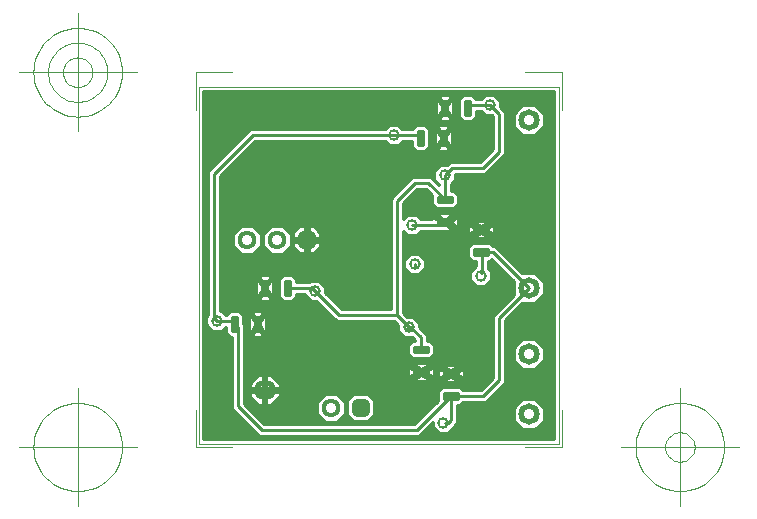
<source format=gbr>
G04 Generated by Ultiboard 10.0 *
%FSLAX25Y25*%
%MOIN*%

%ADD27C,0.01000*%
%ADD22C,0.00394*%
%ADD23C,0.00004*%
%ADD28C,0.03937X0.02362*%
%ADD44R,0.04168X0.01084*%
%ADD45C,0.01666*%
%ADD29C,0.06334X0.03500*%
%ADD38R,0.02083X0.02083X0.03917*%
%ADD18C,0.03917*%
%ADD46R,0.01084X0.04168*%
%ADD39C,0.07166X0.03500*%


G04 ColorRGB 0000FF for the following layer *
%LNCopper Bottom*%
%LPD*%
%FSLAX25Y25*%
%MOIN*%
G54D27*
X39833Y117500D02*
X66437Y117500D01*
X66437Y117500D02*
X66437Y106469D01*
X66437Y106469D02*
X63563Y106469D01*
X63563Y106469D02*
X62095Y105000D01*
X62095Y105000D02*
X39833Y105000D01*
X39833Y105000D02*
X39833Y117500D01*
G36*
X39833Y117500D02*
X66437Y117500D01*
X66437Y106469D01*
X63563Y106469D01*
X62095Y105000D01*
X39833Y105000D01*
X39833Y117500D01*
G37*
X39833Y117500D02*
X66437Y117500D01*
X66437Y117500D02*
X66437Y106469D01*
X66437Y106469D02*
X63563Y106469D01*
X63563Y106469D02*
X62095Y105000D01*
X62095Y105000D02*
X39833Y105000D01*
X39833Y105000D02*
X39833Y117500D01*
X64000Y79500D02*
X39833Y79500D01*
X39833Y79500D02*
X39833Y86172D01*
X39833Y86172D02*
X68343Y86172D01*
X68343Y86172D02*
X64000Y81828D01*
X64000Y81828D02*
X64000Y79500D01*
G36*
X64000Y79500D02*
X39833Y79500D01*
X39833Y86172D01*
X68343Y86172D01*
X64000Y81828D01*
X64000Y79500D01*
G37*
X64000Y79500D02*
X39833Y79500D01*
X39833Y79500D02*
X39833Y86172D01*
X39833Y86172D02*
X68343Y86172D01*
X68343Y86172D02*
X64000Y81828D01*
X64000Y81828D02*
X64000Y79500D01*
X39833Y101000D02*
X62095Y101000D01*
X62095Y101000D02*
X63563Y99531D01*
X63563Y99531D02*
X66437Y99531D01*
X66437Y99531D02*
X66437Y86172D01*
X66437Y86172D02*
X39833Y86172D01*
X39833Y86172D02*
X39833Y101000D01*
G36*
X39833Y101000D02*
X62095Y101000D01*
X63563Y99531D01*
X66437Y99531D01*
X66437Y86172D01*
X39833Y86172D01*
X39833Y101000D01*
G37*
X39833Y101000D02*
X62095Y101000D01*
X62095Y101000D02*
X63563Y99531D01*
X63563Y99531D02*
X66437Y99531D01*
X66437Y99531D02*
X66437Y86172D01*
X66437Y86172D02*
X39833Y86172D01*
X39833Y86172D02*
X39833Y101000D01*
X64000Y45000D02*
X47578Y45000D01*
X47578Y45000D02*
X45922Y46657D01*
X45922Y46657D02*
X45922Y60828D01*
X45922Y60828D02*
X64000Y60828D01*
X64000Y60828D02*
X64000Y45000D01*
G36*
X64000Y45000D02*
X47578Y45000D01*
X45922Y46657D01*
X45922Y60828D01*
X64000Y60828D01*
X64000Y45000D01*
G37*
X64000Y45000D02*
X47578Y45000D01*
X47578Y45000D02*
X45922Y46657D01*
X45922Y46657D02*
X45922Y60828D01*
X45922Y60828D02*
X64000Y60828D01*
X64000Y60828D02*
X64000Y45000D01*
X39833Y68619D02*
X40500Y68619D01*
X40500Y68619D02*
X40500Y70474D01*
X40500Y70474D02*
X39833Y71141D01*
X39833Y71141D02*
X39833Y79500D01*
X39833Y79500D02*
X64000Y79500D01*
X64000Y79500D02*
X64000Y60828D01*
X64000Y60828D02*
X39833Y60828D01*
X39833Y60828D02*
X39833Y64859D01*
X39833Y64859D02*
X40500Y65526D01*
X40500Y65526D02*
X40500Y67381D01*
X40500Y67381D02*
X39833Y67381D01*
X39833Y67381D02*
X39833Y68619D01*
G36*
X39833Y68619D02*
X40500Y68619D01*
X40500Y70474D01*
X39833Y71141D01*
X39833Y79500D01*
X64000Y79500D01*
X64000Y60828D01*
X39833Y60828D01*
X39833Y64859D01*
X40500Y65526D01*
X40500Y67381D01*
X39833Y67381D01*
X39833Y68619D01*
G37*
X39833Y68619D02*
X40500Y68619D01*
X40500Y68619D02*
X40500Y70474D01*
X40500Y70474D02*
X39833Y71141D01*
X39833Y71141D02*
X39833Y79500D01*
X39833Y79500D02*
X64000Y79500D01*
X64000Y79500D02*
X64000Y60828D01*
X64000Y60828D02*
X39833Y60828D01*
X39833Y60828D02*
X39833Y64859D01*
X39833Y64859D02*
X40500Y65526D01*
X40500Y65526D02*
X40500Y67381D01*
X40500Y67381D02*
X39833Y67381D01*
X39833Y67381D02*
X39833Y68619D01*
X65172Y41000D02*
X66531Y39640D01*
X66531Y39640D02*
X66531Y39500D01*
X66531Y39500D02*
X45922Y39500D01*
X45922Y39500D02*
X45922Y41000D01*
X45922Y41000D02*
X65172Y41000D01*
G36*
X65172Y41000D02*
X66531Y39640D01*
X66531Y39500D01*
X45922Y39500D01*
X45922Y41000D01*
X65172Y41000D01*
G37*
X65172Y41000D02*
X66531Y39640D01*
X66531Y39640D02*
X66531Y39500D01*
X66531Y39500D02*
X45922Y39500D01*
X45922Y39500D02*
X45922Y41000D01*
X45922Y41000D02*
X65172Y41000D01*
X55433Y7500D02*
X56474Y7500D01*
X56474Y7500D02*
X58500Y9526D01*
X58500Y9526D02*
X58500Y14474D01*
X58500Y14474D02*
X56474Y16500D01*
X56474Y16500D02*
X55433Y16500D01*
X55433Y16500D02*
X55433Y24000D01*
X55433Y24000D02*
X69583Y24000D01*
X69583Y24000D02*
X69583Y22492D01*
X69583Y22492D02*
X69727Y22348D01*
X69727Y22348D02*
X72922Y24000D01*
X72922Y24000D02*
X73172Y24000D01*
X73172Y24000D02*
X73172Y22493D01*
X73172Y22493D02*
X70806Y21269D01*
X70806Y21269D02*
X70950Y21125D01*
X70950Y21125D02*
X73172Y21125D01*
X73172Y21125D02*
X73172Y8000D01*
X73172Y8000D02*
X71772Y6600D01*
X71772Y6600D02*
X55433Y6600D01*
X55433Y6600D02*
X55433Y7500D01*
G36*
X55433Y7500D02*
X56474Y7500D01*
X58500Y9526D01*
X58500Y14474D01*
X56474Y16500D01*
X55433Y16500D01*
X55433Y24000D01*
X69583Y24000D01*
X69583Y22492D01*
X69727Y22348D01*
X72922Y24000D01*
X73172Y24000D01*
X73172Y22493D01*
X70806Y21269D01*
X70950Y21125D01*
X73172Y21125D01*
X73172Y8000D01*
X71772Y6600D01*
X55433Y6600D01*
X55433Y7500D01*
G37*
X55433Y7500D02*
X56474Y7500D01*
X56474Y7500D02*
X58500Y9526D01*
X58500Y9526D02*
X58500Y14474D01*
X58500Y14474D02*
X56474Y16500D01*
X56474Y16500D02*
X55433Y16500D01*
X55433Y16500D02*
X55433Y24000D01*
X55433Y24000D02*
X69583Y24000D01*
X69583Y24000D02*
X69583Y22492D01*
X69583Y22492D02*
X69727Y22348D01*
X69727Y22348D02*
X72922Y24000D01*
X72922Y24000D02*
X73172Y24000D01*
X73172Y24000D02*
X73172Y22493D01*
X73172Y22493D02*
X70806Y21269D01*
X70806Y21269D02*
X70950Y21125D01*
X70950Y21125D02*
X73172Y21125D01*
X73172Y21125D02*
X73172Y8000D01*
X73172Y8000D02*
X71772Y6600D01*
X71772Y6600D02*
X55433Y6600D01*
X55433Y6600D02*
X55433Y7500D01*
X72000Y34375D02*
X70950Y34375D01*
X70950Y34375D02*
X69583Y33008D01*
X69583Y33008D02*
X69583Y29992D01*
X69583Y29992D02*
X70950Y28625D01*
X70950Y28625D02*
X73172Y28625D01*
X73172Y28625D02*
X73172Y26875D01*
X73172Y26875D02*
X70950Y26875D01*
X70950Y26875D02*
X70806Y26731D01*
X70806Y26731D02*
X73172Y25507D01*
X73172Y25507D02*
X73172Y24000D01*
X73172Y24000D02*
X72922Y24000D01*
X72922Y24000D02*
X69727Y25652D01*
X69727Y25652D02*
X69583Y25508D01*
X69583Y25508D02*
X69583Y24000D01*
X69583Y24000D02*
X39833Y24000D01*
X39833Y24000D02*
X39833Y39500D01*
X39833Y39500D02*
X66531Y39500D01*
X66531Y39500D02*
X66531Y37563D01*
X66531Y37563D02*
X68563Y35531D01*
X68563Y35531D02*
X71140Y35531D01*
X71140Y35531D02*
X72000Y34672D01*
X72000Y34672D02*
X72000Y34375D01*
G36*
X72000Y34375D02*
X70950Y34375D01*
X69583Y33008D01*
X69583Y29992D01*
X70950Y28625D01*
X73172Y28625D01*
X73172Y26875D01*
X70950Y26875D01*
X70806Y26731D01*
X73172Y25507D01*
X73172Y24000D01*
X72922Y24000D01*
X69727Y25652D01*
X69583Y25508D01*
X69583Y24000D01*
X39833Y24000D01*
X39833Y39500D01*
X66531Y39500D01*
X66531Y37563D01*
X68563Y35531D01*
X71140Y35531D01*
X72000Y34672D01*
X72000Y34375D01*
G37*
X72000Y34375D02*
X70950Y34375D01*
X70950Y34375D02*
X69583Y33008D01*
X69583Y33008D02*
X69583Y29992D01*
X69583Y29992D02*
X70950Y28625D01*
X70950Y28625D02*
X73172Y28625D01*
X73172Y28625D02*
X73172Y26875D01*
X73172Y26875D02*
X70950Y26875D01*
X70950Y26875D02*
X70806Y26731D01*
X70806Y26731D02*
X73172Y25507D01*
X73172Y25507D02*
X73172Y24000D01*
X73172Y24000D02*
X72922Y24000D01*
X72922Y24000D02*
X69727Y25652D01*
X69727Y25652D02*
X69583Y25508D01*
X69583Y25508D02*
X69583Y24000D01*
X69583Y24000D02*
X39833Y24000D01*
X39833Y24000D02*
X39833Y39500D01*
X39833Y39500D02*
X66531Y39500D01*
X66531Y39500D02*
X66531Y37563D01*
X66531Y37563D02*
X68563Y35531D01*
X68563Y35531D02*
X71140Y35531D01*
X71140Y35531D02*
X72000Y34672D01*
X72000Y34672D02*
X72000Y34375D01*
X73172Y1500D02*
X55433Y1500D01*
X55433Y1500D02*
X55433Y2600D01*
X55433Y2600D02*
X73172Y2600D01*
X73172Y2600D02*
X73172Y1500D01*
G36*
X73172Y1500D02*
X55433Y1500D01*
X55433Y2600D01*
X73172Y2600D01*
X73172Y1500D01*
G37*
X73172Y1500D02*
X55433Y1500D01*
X55433Y1500D02*
X55433Y2600D01*
X55433Y2600D02*
X73172Y2600D01*
X73172Y2600D02*
X73172Y1500D01*
X1500Y39500D02*
X1500Y79500D01*
X1500Y79500D02*
X3050Y79500D01*
X3050Y79500D02*
X3050Y44828D01*
X3050Y44828D02*
X3000Y44778D01*
X3000Y44778D02*
X3000Y42905D01*
X3000Y42905D02*
X2531Y42437D01*
X2531Y42437D02*
X2531Y39563D01*
X2531Y39563D02*
X2595Y39500D01*
X2595Y39500D02*
X1500Y39500D01*
G36*
X1500Y39500D02*
X1500Y79500D01*
X3050Y79500D01*
X3050Y44828D01*
X3000Y44778D01*
X3000Y42905D01*
X2531Y42437D01*
X2531Y39563D01*
X2595Y39500D01*
X1500Y39500D01*
G37*
X1500Y39500D02*
X1500Y79500D01*
X1500Y79500D02*
X3050Y79500D01*
X3050Y79500D02*
X3050Y44828D01*
X3050Y44828D02*
X3000Y44778D01*
X3000Y44778D02*
X3000Y42905D01*
X3000Y42905D02*
X2531Y42437D01*
X2531Y42437D02*
X2531Y39563D01*
X2531Y39563D02*
X2595Y39500D01*
X2595Y39500D02*
X1500Y39500D01*
X11333Y69346D02*
X11333Y66067D01*
X11333Y66067D02*
X14067Y63333D01*
X14067Y63333D02*
X17933Y63333D01*
X17933Y63333D02*
X20667Y66067D01*
X20667Y66067D02*
X20667Y69346D01*
X20667Y69346D02*
X21333Y69346D01*
X21333Y69346D02*
X21333Y66067D01*
X21333Y66067D02*
X22000Y65400D01*
X22000Y65400D02*
X22000Y56417D01*
X22000Y56417D02*
X20492Y56417D01*
X20492Y56417D02*
X20075Y56000D01*
X20075Y56000D02*
X22000Y52533D01*
X22000Y52533D02*
X22000Y51467D01*
X22000Y51467D02*
X21836Y51172D01*
X21836Y51172D02*
X21007Y51172D01*
X21007Y51172D02*
X21467Y52000D01*
X21467Y52000D02*
X19542Y55467D01*
X19542Y55467D02*
X19125Y55050D01*
X19125Y55050D02*
X19125Y51172D01*
X19125Y51172D02*
X7050Y51172D01*
X7050Y51172D02*
X7050Y69346D01*
X7050Y69346D02*
X11333Y69346D01*
G36*
X11333Y69346D02*
X11333Y66067D01*
X14067Y63333D01*
X17933Y63333D01*
X20667Y66067D01*
X20667Y69346D01*
X21333Y69346D01*
X21333Y66067D01*
X22000Y65400D01*
X22000Y56417D01*
X20492Y56417D01*
X20075Y56000D01*
X22000Y52533D01*
X22000Y51467D01*
X21836Y51172D01*
X21007Y51172D01*
X21467Y52000D01*
X19542Y55467D01*
X19125Y55050D01*
X19125Y51172D01*
X7050Y51172D01*
X7050Y69346D01*
X11333Y69346D01*
G37*
X11333Y69346D02*
X11333Y66067D01*
X11333Y66067D02*
X14067Y63333D01*
X14067Y63333D02*
X17933Y63333D01*
X17933Y63333D02*
X20667Y66067D01*
X20667Y66067D02*
X20667Y69346D01*
X20667Y69346D02*
X21333Y69346D01*
X21333Y69346D02*
X21333Y66067D01*
X21333Y66067D02*
X22000Y65400D01*
X22000Y65400D02*
X22000Y56417D01*
X22000Y56417D02*
X20492Y56417D01*
X20492Y56417D02*
X20075Y56000D01*
X20075Y56000D02*
X22000Y52533D01*
X22000Y52533D02*
X22000Y51467D01*
X22000Y51467D02*
X21836Y51172D01*
X21836Y51172D02*
X21007Y51172D01*
X21007Y51172D02*
X21467Y52000D01*
X21467Y52000D02*
X19542Y55467D01*
X19542Y55467D02*
X19125Y55050D01*
X19125Y55050D02*
X19125Y51172D01*
X19125Y51172D02*
X7050Y51172D01*
X7050Y51172D02*
X7050Y69346D01*
X7050Y69346D02*
X11333Y69346D01*
X31500Y69346D02*
X31500Y68619D01*
X31500Y68619D02*
X33526Y68619D01*
X33526Y68619D02*
X33526Y67381D01*
X33526Y67381D02*
X31500Y67381D01*
X31500Y67381D02*
X31500Y65526D01*
X31500Y65526D02*
X33526Y63500D01*
X33526Y63500D02*
X33526Y54000D01*
X33526Y54000D02*
X32375Y54000D01*
X32375Y54000D02*
X32375Y55050D01*
X32375Y55050D02*
X31008Y56417D01*
X31008Y56417D02*
X27992Y56417D01*
X27992Y56417D02*
X26625Y55050D01*
X26625Y55050D02*
X26625Y51172D01*
X26625Y51172D02*
X24875Y51172D01*
X24875Y51172D02*
X24875Y55050D01*
X24875Y55050D02*
X24458Y55467D01*
X24458Y55467D02*
X22533Y52000D01*
X22533Y52000D02*
X22993Y51172D01*
X22993Y51172D02*
X22164Y51172D01*
X22164Y51172D02*
X22000Y51467D01*
X22000Y51467D02*
X22000Y52533D01*
X22000Y52533D02*
X23925Y56000D01*
X23925Y56000D02*
X23508Y56417D01*
X23508Y56417D02*
X22000Y56417D01*
X22000Y56417D02*
X22000Y65400D01*
X22000Y65400D02*
X24067Y63333D01*
X24067Y63333D02*
X27933Y63333D01*
X27933Y63333D02*
X30667Y66067D01*
X30667Y66067D02*
X30667Y69346D01*
X30667Y69346D02*
X31500Y69346D01*
G36*
X31500Y69346D02*
X31500Y68619D01*
X33526Y68619D01*
X33526Y67381D01*
X31500Y67381D01*
X31500Y65526D01*
X33526Y63500D01*
X33526Y54000D01*
X32375Y54000D01*
X32375Y55050D01*
X31008Y56417D01*
X27992Y56417D01*
X26625Y55050D01*
X26625Y51172D01*
X24875Y51172D01*
X24875Y55050D01*
X24458Y55467D01*
X22533Y52000D01*
X22993Y51172D01*
X22164Y51172D01*
X22000Y51467D01*
X22000Y52533D01*
X23925Y56000D01*
X23508Y56417D01*
X22000Y56417D01*
X22000Y65400D01*
X24067Y63333D01*
X27933Y63333D01*
X30667Y66067D01*
X30667Y69346D01*
X31500Y69346D01*
G37*
X31500Y69346D02*
X31500Y68619D01*
X31500Y68619D02*
X33526Y68619D01*
X33526Y68619D02*
X33526Y67381D01*
X33526Y67381D02*
X31500Y67381D01*
X31500Y67381D02*
X31500Y65526D01*
X31500Y65526D02*
X33526Y63500D01*
X33526Y63500D02*
X33526Y54000D01*
X33526Y54000D02*
X32375Y54000D01*
X32375Y54000D02*
X32375Y55050D01*
X32375Y55050D02*
X31008Y56417D01*
X31008Y56417D02*
X27992Y56417D01*
X27992Y56417D02*
X26625Y55050D01*
X26625Y55050D02*
X26625Y51172D01*
X26625Y51172D02*
X24875Y51172D01*
X24875Y51172D02*
X24875Y55050D01*
X24875Y55050D02*
X24458Y55467D01*
X24458Y55467D02*
X22533Y52000D01*
X22533Y52000D02*
X22993Y51172D01*
X22993Y51172D02*
X22164Y51172D01*
X22164Y51172D02*
X22000Y51467D01*
X22000Y51467D02*
X22000Y52533D01*
X22000Y52533D02*
X23925Y56000D01*
X23925Y56000D02*
X23508Y56417D01*
X23508Y56417D02*
X22000Y56417D01*
X22000Y56417D02*
X22000Y65400D01*
X22000Y65400D02*
X24067Y63333D01*
X24067Y63333D02*
X27933Y63333D01*
X27933Y63333D02*
X30667Y66067D01*
X30667Y66067D02*
X30667Y69346D01*
X30667Y69346D02*
X31500Y69346D01*
X36619Y69346D02*
X36619Y68619D01*
X36619Y68619D02*
X39833Y68619D01*
X39833Y68619D02*
X39833Y67381D01*
X39833Y67381D02*
X36619Y67381D01*
X36619Y67381D02*
X36619Y63500D01*
X36619Y63500D02*
X38474Y63500D01*
X38474Y63500D02*
X39833Y64859D01*
X39833Y64859D02*
X39833Y54469D01*
X39833Y54469D02*
X37313Y54469D01*
X37313Y54469D02*
X36845Y54000D01*
X36845Y54000D02*
X33526Y54000D01*
X33526Y54000D02*
X33526Y63500D01*
X33526Y63500D02*
X35381Y63500D01*
X35381Y63500D02*
X35381Y67381D01*
X35381Y67381D02*
X33526Y67381D01*
X33526Y67381D02*
X33526Y68619D01*
X33526Y68619D02*
X35381Y68619D01*
X35381Y68619D02*
X35381Y69346D01*
X35381Y69346D02*
X36619Y69346D01*
G36*
X36619Y69346D02*
X36619Y68619D01*
X39833Y68619D01*
X39833Y67381D01*
X36619Y67381D01*
X36619Y63500D01*
X38474Y63500D01*
X39833Y64859D01*
X39833Y54469D01*
X37313Y54469D01*
X36845Y54000D01*
X33526Y54000D01*
X33526Y63500D01*
X35381Y63500D01*
X35381Y67381D01*
X33526Y67381D01*
X33526Y68619D01*
X35381Y68619D01*
X35381Y69346D01*
X36619Y69346D01*
G37*
X36619Y69346D02*
X36619Y68619D01*
X36619Y68619D02*
X39833Y68619D01*
X39833Y68619D02*
X39833Y67381D01*
X39833Y67381D02*
X36619Y67381D01*
X36619Y67381D02*
X36619Y63500D01*
X36619Y63500D02*
X38474Y63500D01*
X38474Y63500D02*
X39833Y64859D01*
X39833Y64859D02*
X39833Y54469D01*
X39833Y54469D02*
X37313Y54469D01*
X37313Y54469D02*
X36845Y54000D01*
X36845Y54000D02*
X33526Y54000D01*
X33526Y54000D02*
X33526Y63500D01*
X33526Y63500D02*
X35381Y63500D01*
X35381Y63500D02*
X35381Y67381D01*
X35381Y67381D02*
X33526Y67381D01*
X33526Y67381D02*
X33526Y68619D01*
X33526Y68619D02*
X35381Y68619D01*
X35381Y68619D02*
X35381Y69346D01*
X35381Y69346D02*
X36619Y69346D01*
X26625Y51172D02*
X26625Y48950D01*
X26625Y48950D02*
X27992Y47583D01*
X27992Y47583D02*
X31008Y47583D01*
X31008Y47583D02*
X32375Y48950D01*
X32375Y48950D02*
X32375Y50000D01*
X32375Y50000D02*
X35281Y50000D01*
X35281Y50000D02*
X35281Y49563D01*
X35281Y49563D02*
X37313Y47531D01*
X37313Y47531D02*
X39390Y47531D01*
X39390Y47531D02*
X39833Y47088D01*
X39833Y47088D02*
X39833Y39500D01*
X39833Y39500D02*
X22375Y39500D01*
X22375Y39500D02*
X22375Y43050D01*
X22375Y43050D02*
X21958Y43467D01*
X21958Y43467D02*
X20033Y40000D01*
X20033Y40000D02*
X20311Y39500D01*
X20311Y39500D02*
X19500Y39500D01*
X19500Y39500D02*
X19500Y40533D01*
X19500Y40533D02*
X21425Y44000D01*
X21425Y44000D02*
X21008Y44417D01*
X21008Y44417D02*
X19500Y44417D01*
X19500Y44417D02*
X19500Y48575D01*
X19500Y48575D02*
X19542Y48533D01*
X19542Y48533D02*
X21007Y51172D01*
X21007Y51172D02*
X21836Y51172D01*
X21836Y51172D02*
X20075Y48000D01*
X20075Y48000D02*
X20492Y47583D01*
X20492Y47583D02*
X23508Y47583D01*
X23508Y47583D02*
X23925Y48000D01*
X23925Y48000D02*
X22164Y51172D01*
X22164Y51172D02*
X22993Y51172D01*
X22993Y51172D02*
X24458Y48533D01*
X24458Y48533D02*
X24875Y48950D01*
X24875Y48950D02*
X24875Y51172D01*
X24875Y51172D02*
X26625Y51172D01*
G36*
X26625Y51172D02*
X26625Y48950D01*
X27992Y47583D01*
X31008Y47583D01*
X32375Y48950D01*
X32375Y50000D01*
X35281Y50000D01*
X35281Y49563D01*
X37313Y47531D01*
X39390Y47531D01*
X39833Y47088D01*
X39833Y39500D01*
X22375Y39500D01*
X22375Y43050D01*
X21958Y43467D01*
X20033Y40000D01*
X20311Y39500D01*
X19500Y39500D01*
X19500Y40533D01*
X21425Y44000D01*
X21008Y44417D01*
X19500Y44417D01*
X19500Y48575D01*
X19542Y48533D01*
X21007Y51172D01*
X21836Y51172D01*
X20075Y48000D01*
X20492Y47583D01*
X23508Y47583D01*
X23925Y48000D01*
X22164Y51172D01*
X22993Y51172D01*
X24458Y48533D01*
X24875Y48950D01*
X24875Y51172D01*
X26625Y51172D01*
G37*
X26625Y51172D02*
X26625Y48950D01*
X26625Y48950D02*
X27992Y47583D01*
X27992Y47583D02*
X31008Y47583D01*
X31008Y47583D02*
X32375Y48950D01*
X32375Y48950D02*
X32375Y50000D01*
X32375Y50000D02*
X35281Y50000D01*
X35281Y50000D02*
X35281Y49563D01*
X35281Y49563D02*
X37313Y47531D01*
X37313Y47531D02*
X39390Y47531D01*
X39390Y47531D02*
X39833Y47088D01*
X39833Y47088D02*
X39833Y39500D01*
X39833Y39500D02*
X22375Y39500D01*
X22375Y39500D02*
X22375Y43050D01*
X22375Y43050D02*
X21958Y43467D01*
X21958Y43467D02*
X20033Y40000D01*
X20033Y40000D02*
X20311Y39500D01*
X20311Y39500D02*
X19500Y39500D01*
X19500Y39500D02*
X19500Y40533D01*
X19500Y40533D02*
X21425Y44000D01*
X21425Y44000D02*
X21008Y44417D01*
X21008Y44417D02*
X19500Y44417D01*
X19500Y44417D02*
X19500Y48575D01*
X19500Y48575D02*
X19542Y48533D01*
X19542Y48533D02*
X21007Y51172D01*
X21007Y51172D02*
X21836Y51172D01*
X21836Y51172D02*
X20075Y48000D01*
X20075Y48000D02*
X20492Y47583D01*
X20492Y47583D02*
X23508Y47583D01*
X23508Y47583D02*
X23925Y48000D01*
X23925Y48000D02*
X22164Y51172D01*
X22164Y51172D02*
X22993Y51172D01*
X22993Y51172D02*
X24458Y48533D01*
X24458Y48533D02*
X24875Y48950D01*
X24875Y48950D02*
X24875Y51172D01*
X24875Y51172D02*
X26625Y51172D01*
X20072Y35583D02*
X21008Y35583D01*
X21008Y35583D02*
X21425Y36000D01*
X21425Y36000D02*
X20072Y38437D01*
X20072Y38437D02*
X20072Y39500D01*
X20072Y39500D02*
X20311Y39500D01*
X20311Y39500D02*
X21958Y36533D01*
X21958Y36533D02*
X22375Y36950D01*
X22375Y36950D02*
X22375Y39500D01*
X22375Y39500D02*
X39833Y39500D01*
X39833Y39500D02*
X39833Y20105D01*
X39833Y20105D02*
X27083Y20105D01*
X27083Y20105D02*
X24105Y23083D01*
X24105Y23083D02*
X22526Y23083D01*
X22526Y23083D02*
X22526Y20105D01*
X22526Y20105D02*
X21474Y20105D01*
X21474Y20105D02*
X21474Y23083D01*
X21474Y23083D02*
X20072Y23083D01*
X20072Y23083D02*
X20072Y35583D01*
G36*
X20072Y35583D02*
X21008Y35583D01*
X21425Y36000D01*
X20072Y38437D01*
X20072Y39500D01*
X20311Y39500D01*
X21958Y36533D01*
X22375Y36950D01*
X22375Y39500D01*
X39833Y39500D01*
X39833Y20105D01*
X27083Y20105D01*
X24105Y23083D01*
X22526Y23083D01*
X22526Y20105D01*
X21474Y20105D01*
X21474Y23083D01*
X20072Y23083D01*
X20072Y35583D01*
G37*
X20072Y35583D02*
X21008Y35583D01*
X21008Y35583D02*
X21425Y36000D01*
X21425Y36000D02*
X20072Y38437D01*
X20072Y38437D02*
X20072Y39500D01*
X20072Y39500D02*
X20311Y39500D01*
X20311Y39500D02*
X21958Y36533D01*
X21958Y36533D02*
X22375Y36950D01*
X22375Y36950D02*
X22375Y39500D01*
X22375Y39500D02*
X39833Y39500D01*
X39833Y39500D02*
X39833Y20105D01*
X39833Y20105D02*
X27083Y20105D01*
X27083Y20105D02*
X24105Y23083D01*
X24105Y23083D02*
X22526Y23083D01*
X22526Y23083D02*
X22526Y20105D01*
X22526Y20105D02*
X21474Y20105D01*
X21474Y20105D02*
X21474Y23083D01*
X21474Y23083D02*
X20072Y23083D01*
X20072Y23083D02*
X20072Y35583D01*
X22526Y20105D02*
X22526Y18526D01*
X22526Y18526D02*
X27083Y18526D01*
X27083Y18526D02*
X27083Y20105D01*
X27083Y20105D02*
X39833Y20105D01*
X39833Y20105D02*
X39833Y15895D01*
X39833Y15895D02*
X27083Y15895D01*
X27083Y15895D02*
X27083Y17474D01*
X27083Y17474D02*
X22526Y17474D01*
X22526Y17474D02*
X22526Y15895D01*
X22526Y15895D02*
X21474Y15895D01*
X21474Y15895D02*
X21474Y17474D01*
X21474Y17474D02*
X20072Y17474D01*
X20072Y17474D02*
X20072Y18526D01*
X20072Y18526D02*
X21474Y18526D01*
X21474Y18526D02*
X21474Y20105D01*
X21474Y20105D02*
X22526Y20105D01*
G36*
X22526Y20105D02*
X22526Y18526D01*
X27083Y18526D01*
X27083Y20105D01*
X39833Y20105D01*
X39833Y15895D01*
X27083Y15895D01*
X27083Y17474D01*
X22526Y17474D01*
X22526Y15895D01*
X21474Y15895D01*
X21474Y17474D01*
X20072Y17474D01*
X20072Y18526D01*
X21474Y18526D01*
X21474Y20105D01*
X22526Y20105D01*
G37*
X22526Y20105D02*
X22526Y18526D01*
X22526Y18526D02*
X27083Y18526D01*
X27083Y18526D02*
X27083Y20105D01*
X27083Y20105D02*
X39833Y20105D01*
X39833Y20105D02*
X39833Y15895D01*
X39833Y15895D02*
X27083Y15895D01*
X27083Y15895D02*
X27083Y17474D01*
X27083Y17474D02*
X22526Y17474D01*
X22526Y17474D02*
X22526Y15895D01*
X22526Y15895D02*
X21474Y15895D01*
X21474Y15895D02*
X21474Y17474D01*
X21474Y17474D02*
X20072Y17474D01*
X20072Y17474D02*
X20072Y18526D01*
X20072Y18526D02*
X21474Y18526D01*
X21474Y18526D02*
X21474Y20105D01*
X21474Y20105D02*
X22526Y20105D01*
X39833Y1500D02*
X20072Y1500D01*
X20072Y1500D02*
X20072Y2600D01*
X20072Y2600D02*
X39833Y2600D01*
X39833Y2600D02*
X39833Y1500D01*
G36*
X39833Y1500D02*
X20072Y1500D01*
X20072Y2600D01*
X39833Y2600D01*
X39833Y1500D01*
G37*
X39833Y1500D02*
X20072Y1500D01*
X20072Y1500D02*
X20072Y2600D01*
X20072Y2600D02*
X39833Y2600D01*
X39833Y2600D02*
X39833Y1500D01*
X39833Y14433D02*
X39333Y13933D01*
X39333Y13933D02*
X39333Y10067D01*
X39333Y10067D02*
X39833Y9567D01*
X39833Y9567D02*
X39833Y6600D01*
X39833Y6600D02*
X21728Y6600D01*
X21728Y6600D02*
X20072Y8257D01*
X20072Y8257D02*
X20072Y12917D01*
X20072Y12917D02*
X21474Y12917D01*
X21474Y12917D02*
X21474Y15895D01*
X21474Y15895D02*
X22526Y15895D01*
X22526Y15895D02*
X22526Y12917D01*
X22526Y12917D02*
X24105Y12917D01*
X24105Y12917D02*
X27083Y15895D01*
X27083Y15895D02*
X39833Y15895D01*
X39833Y15895D02*
X39833Y14433D01*
G36*
X39833Y14433D02*
X39333Y13933D01*
X39333Y10067D01*
X39833Y9567D01*
X39833Y6600D01*
X21728Y6600D01*
X20072Y8257D01*
X20072Y12917D01*
X21474Y12917D01*
X21474Y15895D01*
X22526Y15895D01*
X22526Y12917D01*
X24105Y12917D01*
X27083Y15895D01*
X39833Y15895D01*
X39833Y14433D01*
G37*
X39833Y14433D02*
X39333Y13933D01*
X39333Y13933D02*
X39333Y10067D01*
X39333Y10067D02*
X39833Y9567D01*
X39833Y9567D02*
X39833Y6600D01*
X39833Y6600D02*
X21728Y6600D01*
X21728Y6600D02*
X20072Y8257D01*
X20072Y8257D02*
X20072Y12917D01*
X20072Y12917D02*
X21474Y12917D01*
X21474Y12917D02*
X21474Y15895D01*
X21474Y15895D02*
X22526Y15895D01*
X22526Y15895D02*
X22526Y12917D01*
X22526Y12917D02*
X24105Y12917D01*
X24105Y12917D02*
X27083Y15895D01*
X27083Y15895D02*
X39833Y15895D01*
X39833Y15895D02*
X39833Y14433D01*
X16625Y39500D02*
X16625Y36950D01*
X16625Y36950D02*
X17042Y36533D01*
X17042Y36533D02*
X18689Y39500D01*
X18689Y39500D02*
X20072Y39500D01*
X20072Y39500D02*
X20072Y38437D01*
X20072Y38437D02*
X19500Y39467D01*
X19500Y39467D02*
X17575Y36000D01*
X17575Y36000D02*
X17992Y35583D01*
X17992Y35583D02*
X20072Y35583D01*
X20072Y35583D02*
X20072Y23083D01*
X20072Y23083D02*
X19895Y23083D01*
X19895Y23083D02*
X16917Y20105D01*
X16917Y20105D02*
X16917Y18526D01*
X16917Y18526D02*
X20072Y18526D01*
X20072Y18526D02*
X20072Y17474D01*
X20072Y17474D02*
X16917Y17474D01*
X16917Y17474D02*
X16917Y15895D01*
X16917Y15895D02*
X19895Y12917D01*
X19895Y12917D02*
X20072Y12917D01*
X20072Y12917D02*
X20072Y8257D01*
X20072Y8257D02*
X15000Y13328D01*
X15000Y13328D02*
X15000Y39500D01*
X15000Y39500D02*
X16625Y39500D01*
G36*
X16625Y39500D02*
X16625Y36950D01*
X17042Y36533D01*
X18689Y39500D01*
X20072Y39500D01*
X20072Y38437D01*
X19500Y39467D01*
X17575Y36000D01*
X17992Y35583D01*
X20072Y35583D01*
X20072Y23083D01*
X19895Y23083D01*
X16917Y20105D01*
X16917Y18526D01*
X20072Y18526D01*
X20072Y17474D01*
X16917Y17474D01*
X16917Y15895D01*
X19895Y12917D01*
X20072Y12917D01*
X20072Y8257D01*
X15000Y13328D01*
X15000Y39500D01*
X16625Y39500D01*
G37*
X16625Y39500D02*
X16625Y36950D01*
X16625Y36950D02*
X17042Y36533D01*
X17042Y36533D02*
X18689Y39500D01*
X18689Y39500D02*
X20072Y39500D01*
X20072Y39500D02*
X20072Y38437D01*
X20072Y38437D02*
X19500Y39467D01*
X19500Y39467D02*
X17575Y36000D01*
X17575Y36000D02*
X17992Y35583D01*
X17992Y35583D02*
X20072Y35583D01*
X20072Y35583D02*
X20072Y23083D01*
X20072Y23083D02*
X19895Y23083D01*
X19895Y23083D02*
X16917Y20105D01*
X16917Y20105D02*
X16917Y18526D01*
X16917Y18526D02*
X20072Y18526D01*
X20072Y18526D02*
X20072Y17474D01*
X20072Y17474D02*
X16917Y17474D01*
X16917Y17474D02*
X16917Y15895D01*
X16917Y15895D02*
X19895Y12917D01*
X19895Y12917D02*
X20072Y12917D01*
X20072Y12917D02*
X20072Y8257D01*
X20072Y8257D02*
X15000Y13328D01*
X15000Y13328D02*
X15000Y39500D01*
X15000Y39500D02*
X16625Y39500D01*
X9125Y39000D02*
X9125Y36950D01*
X9125Y36950D02*
X10492Y35583D01*
X10492Y35583D02*
X11000Y35583D01*
X11000Y35583D02*
X11000Y11672D01*
X11000Y11672D02*
X20072Y2600D01*
X20072Y2600D02*
X20072Y1500D01*
X20072Y1500D02*
X1500Y1500D01*
X1500Y1500D02*
X1500Y39500D01*
X1500Y39500D02*
X2595Y39500D01*
X2595Y39500D02*
X4563Y37531D01*
X4563Y37531D02*
X7437Y37531D01*
X7437Y37531D02*
X8905Y39000D01*
X8905Y39000D02*
X9125Y39000D01*
G36*
X9125Y39000D02*
X9125Y36950D01*
X10492Y35583D01*
X11000Y35583D01*
X11000Y11672D01*
X20072Y2600D01*
X20072Y1500D01*
X1500Y1500D01*
X1500Y39500D01*
X2595Y39500D01*
X4563Y37531D01*
X7437Y37531D01*
X8905Y39000D01*
X9125Y39000D01*
G37*
X9125Y39000D02*
X9125Y36950D01*
X9125Y36950D02*
X10492Y35583D01*
X10492Y35583D02*
X11000Y35583D01*
X11000Y35583D02*
X11000Y11672D01*
X11000Y11672D02*
X20072Y2600D01*
X20072Y2600D02*
X20072Y1500D01*
X20072Y1500D02*
X1500Y1500D01*
X1500Y1500D02*
X1500Y39500D01*
X1500Y39500D02*
X2595Y39500D01*
X2595Y39500D02*
X4563Y37531D01*
X4563Y37531D02*
X7437Y37531D01*
X7437Y37531D02*
X8905Y39000D01*
X8905Y39000D02*
X9125Y39000D01*
X19125Y51172D02*
X19125Y48950D01*
X19125Y48950D02*
X19500Y48575D01*
X19500Y48575D02*
X19500Y44417D01*
X19500Y44417D02*
X17992Y44417D01*
X17992Y44417D02*
X17575Y44000D01*
X17575Y44000D02*
X19500Y40533D01*
X19500Y40533D02*
X19500Y39500D01*
X19500Y39500D02*
X18689Y39500D01*
X18689Y39500D02*
X18967Y40000D01*
X18967Y40000D02*
X17042Y43467D01*
X17042Y43467D02*
X16625Y43050D01*
X16625Y43050D02*
X16625Y39500D01*
X16625Y39500D02*
X15000Y39500D01*
X15000Y39500D02*
X15000Y39828D01*
X15000Y39828D02*
X14875Y39953D01*
X14875Y39953D02*
X14875Y43050D01*
X14875Y43050D02*
X13508Y44417D01*
X13508Y44417D02*
X10492Y44417D01*
X10492Y44417D02*
X9125Y43050D01*
X9125Y43050D02*
X9125Y43000D01*
X9125Y43000D02*
X8905Y43000D01*
X8905Y43000D02*
X7437Y44469D01*
X7437Y44469D02*
X7050Y44469D01*
X7050Y44469D02*
X7050Y51172D01*
X7050Y51172D02*
X19125Y51172D01*
G36*
X19125Y51172D02*
X19125Y48950D01*
X19500Y48575D01*
X19500Y44417D01*
X17992Y44417D01*
X17575Y44000D01*
X19500Y40533D01*
X19500Y39500D01*
X18689Y39500D01*
X18967Y40000D01*
X17042Y43467D01*
X16625Y43050D01*
X16625Y39500D01*
X15000Y39500D01*
X15000Y39828D01*
X14875Y39953D01*
X14875Y43050D01*
X13508Y44417D01*
X10492Y44417D01*
X9125Y43050D01*
X9125Y43000D01*
X8905Y43000D01*
X7437Y44469D01*
X7050Y44469D01*
X7050Y51172D01*
X19125Y51172D01*
G37*
X19125Y51172D02*
X19125Y48950D01*
X19125Y48950D02*
X19500Y48575D01*
X19500Y48575D02*
X19500Y44417D01*
X19500Y44417D02*
X17992Y44417D01*
X17992Y44417D02*
X17575Y44000D01*
X17575Y44000D02*
X19500Y40533D01*
X19500Y40533D02*
X19500Y39500D01*
X19500Y39500D02*
X18689Y39500D01*
X18689Y39500D02*
X18967Y40000D01*
X18967Y40000D02*
X17042Y43467D01*
X17042Y43467D02*
X16625Y43050D01*
X16625Y43050D02*
X16625Y39500D01*
X16625Y39500D02*
X15000Y39500D01*
X15000Y39500D02*
X15000Y39828D01*
X15000Y39828D02*
X14875Y39953D01*
X14875Y39953D02*
X14875Y43050D01*
X14875Y43050D02*
X13508Y44417D01*
X13508Y44417D02*
X10492Y44417D01*
X10492Y44417D02*
X9125Y43050D01*
X9125Y43050D02*
X9125Y43000D01*
X9125Y43000D02*
X8905Y43000D01*
X8905Y43000D02*
X7437Y44469D01*
X7437Y44469D02*
X7050Y44469D01*
X7050Y44469D02*
X7050Y51172D01*
X7050Y51172D02*
X19125Y51172D01*
X48667Y13346D02*
X48667Y13933D01*
X48667Y13933D02*
X45933Y16667D01*
X45933Y16667D02*
X42067Y16667D01*
X42067Y16667D02*
X39833Y14433D01*
X39833Y14433D02*
X39833Y24000D01*
X39833Y24000D02*
X55433Y24000D01*
X55433Y24000D02*
X55433Y16500D01*
X55433Y16500D02*
X51526Y16500D01*
X51526Y16500D02*
X49500Y14474D01*
X49500Y14474D02*
X49500Y13346D01*
X49500Y13346D02*
X48667Y13346D01*
G36*
X48667Y13346D02*
X48667Y13933D01*
X45933Y16667D01*
X42067Y16667D01*
X39833Y14433D01*
X39833Y24000D01*
X55433Y24000D01*
X55433Y16500D01*
X51526Y16500D01*
X49500Y14474D01*
X49500Y13346D01*
X48667Y13346D01*
G37*
X48667Y13346D02*
X48667Y13933D01*
X48667Y13933D02*
X45933Y16667D01*
X45933Y16667D02*
X42067Y16667D01*
X42067Y16667D02*
X39833Y14433D01*
X39833Y14433D02*
X39833Y24000D01*
X39833Y24000D02*
X55433Y24000D01*
X55433Y24000D02*
X55433Y16500D01*
X55433Y16500D02*
X51526Y16500D01*
X51526Y16500D02*
X49500Y14474D01*
X49500Y14474D02*
X49500Y13346D01*
X49500Y13346D02*
X48667Y13346D01*
X39833Y9567D02*
X42067Y7333D01*
X42067Y7333D02*
X45933Y7333D01*
X45933Y7333D02*
X48667Y10067D01*
X48667Y10067D02*
X48667Y13346D01*
X48667Y13346D02*
X49500Y13346D01*
X49500Y13346D02*
X49500Y9526D01*
X49500Y9526D02*
X51526Y7500D01*
X51526Y7500D02*
X55433Y7500D01*
X55433Y7500D02*
X55433Y6600D01*
X55433Y6600D02*
X39833Y6600D01*
X39833Y6600D02*
X39833Y9567D01*
G36*
X39833Y9567D02*
X42067Y7333D01*
X45933Y7333D01*
X48667Y10067D01*
X48667Y13346D01*
X49500Y13346D01*
X49500Y9526D01*
X51526Y7500D01*
X55433Y7500D01*
X55433Y6600D01*
X39833Y6600D01*
X39833Y9567D01*
G37*
X39833Y9567D02*
X42067Y7333D01*
X42067Y7333D02*
X45933Y7333D01*
X45933Y7333D02*
X48667Y10067D01*
X48667Y10067D02*
X48667Y13346D01*
X48667Y13346D02*
X49500Y13346D01*
X49500Y13346D02*
X49500Y9526D01*
X49500Y9526D02*
X51526Y7500D01*
X51526Y7500D02*
X55433Y7500D01*
X55433Y7500D02*
X55433Y6600D01*
X55433Y6600D02*
X39833Y6600D01*
X39833Y6600D02*
X39833Y9567D01*
X55433Y1500D02*
X39833Y1500D01*
X39833Y1500D02*
X39833Y2600D01*
X39833Y2600D02*
X55433Y2600D01*
X55433Y2600D02*
X55433Y1500D01*
G36*
X55433Y1500D02*
X39833Y1500D01*
X39833Y2600D01*
X55433Y2600D01*
X55433Y1500D01*
G37*
X55433Y1500D02*
X39833Y1500D01*
X39833Y1500D02*
X39833Y2600D01*
X39833Y2600D02*
X55433Y2600D01*
X55433Y2600D02*
X55433Y1500D01*
X45922Y46657D02*
X42219Y50360D01*
X42219Y50360D02*
X42219Y52437D01*
X42219Y52437D02*
X40187Y54469D01*
X40187Y54469D02*
X39833Y54469D01*
X39833Y54469D02*
X39833Y60828D01*
X39833Y60828D02*
X45922Y60828D01*
X45922Y60828D02*
X45922Y46657D01*
G36*
X45922Y46657D02*
X42219Y50360D01*
X42219Y52437D01*
X40187Y54469D01*
X39833Y54469D01*
X39833Y60828D01*
X45922Y60828D01*
X45922Y46657D01*
G37*
X45922Y46657D02*
X42219Y50360D01*
X42219Y50360D02*
X42219Y52437D01*
X42219Y52437D02*
X40187Y54469D01*
X40187Y54469D02*
X39833Y54469D01*
X39833Y54469D02*
X39833Y60828D01*
X39833Y60828D02*
X45922Y60828D01*
X45922Y60828D02*
X45922Y46657D01*
X39833Y47088D02*
X45922Y41000D01*
X45922Y41000D02*
X45922Y39500D01*
X45922Y39500D02*
X39833Y39500D01*
X39833Y39500D02*
X39833Y47088D01*
G36*
X39833Y47088D02*
X45922Y41000D01*
X45922Y39500D01*
X39833Y39500D01*
X39833Y47088D01*
G37*
X39833Y47088D02*
X45922Y41000D01*
X45922Y41000D02*
X45922Y39500D01*
X45922Y39500D02*
X39833Y39500D01*
X39833Y39500D02*
X39833Y47088D01*
X1500Y102172D02*
X1500Y117500D01*
X1500Y117500D02*
X39833Y117500D01*
X39833Y117500D02*
X39833Y105000D01*
X39833Y105000D02*
X17172Y105000D01*
X17172Y105000D02*
X14343Y102172D01*
X14343Y102172D02*
X1500Y102172D01*
G36*
X1500Y102172D02*
X1500Y117500D01*
X39833Y117500D01*
X39833Y105000D01*
X17172Y105000D01*
X14343Y102172D01*
X1500Y102172D01*
G37*
X1500Y102172D02*
X1500Y117500D01*
X1500Y117500D02*
X39833Y117500D01*
X39833Y117500D02*
X39833Y105000D01*
X39833Y105000D02*
X17172Y105000D01*
X17172Y105000D02*
X14343Y102172D01*
X14343Y102172D02*
X1500Y102172D01*
X18828Y101000D02*
X39833Y101000D01*
X39833Y101000D02*
X39833Y79500D01*
X39833Y79500D02*
X7050Y79500D01*
X7050Y79500D02*
X7050Y89222D01*
X7050Y89222D02*
X18828Y101000D01*
G36*
X18828Y101000D02*
X39833Y101000D01*
X39833Y79500D01*
X7050Y79500D01*
X7050Y89222D01*
X18828Y101000D01*
G37*
X18828Y101000D02*
X39833Y101000D01*
X39833Y101000D02*
X39833Y79500D01*
X39833Y79500D02*
X7050Y79500D01*
X7050Y79500D02*
X7050Y89222D01*
X7050Y89222D02*
X18828Y101000D01*
X39833Y71141D02*
X38474Y72500D01*
X38474Y72500D02*
X36619Y72500D01*
X36619Y72500D02*
X36619Y69346D01*
X36619Y69346D02*
X35381Y69346D01*
X35381Y69346D02*
X35381Y72500D01*
X35381Y72500D02*
X33526Y72500D01*
X33526Y72500D02*
X31500Y70474D01*
X31500Y70474D02*
X31500Y69346D01*
X31500Y69346D02*
X30667Y69346D01*
X30667Y69346D02*
X30667Y69933D01*
X30667Y69933D02*
X27933Y72667D01*
X27933Y72667D02*
X24067Y72667D01*
X24067Y72667D02*
X22000Y70600D01*
X22000Y70600D02*
X22000Y79500D01*
X22000Y79500D02*
X39833Y79500D01*
X39833Y79500D02*
X39833Y71141D01*
G36*
X39833Y71141D02*
X38474Y72500D01*
X36619Y72500D01*
X36619Y69346D01*
X35381Y69346D01*
X35381Y72500D01*
X33526Y72500D01*
X31500Y70474D01*
X31500Y69346D01*
X30667Y69346D01*
X30667Y69933D01*
X27933Y72667D01*
X24067Y72667D01*
X22000Y70600D01*
X22000Y79500D01*
X39833Y79500D01*
X39833Y71141D01*
G37*
X39833Y71141D02*
X38474Y72500D01*
X38474Y72500D02*
X36619Y72500D01*
X36619Y72500D02*
X36619Y69346D01*
X36619Y69346D02*
X35381Y69346D01*
X35381Y69346D02*
X35381Y72500D01*
X35381Y72500D02*
X33526Y72500D01*
X33526Y72500D02*
X31500Y70474D01*
X31500Y70474D02*
X31500Y69346D01*
X31500Y69346D02*
X30667Y69346D01*
X30667Y69346D02*
X30667Y69933D01*
X30667Y69933D02*
X27933Y72667D01*
X27933Y72667D02*
X24067Y72667D01*
X24067Y72667D02*
X22000Y70600D01*
X22000Y70600D02*
X22000Y79500D01*
X22000Y79500D02*
X39833Y79500D01*
X39833Y79500D02*
X39833Y71141D01*
X1500Y79500D02*
X1500Y102172D01*
X1500Y102172D02*
X14343Y102172D01*
X14343Y102172D02*
X3050Y90878D01*
X3050Y90878D02*
X3050Y79500D01*
X3050Y79500D02*
X1500Y79500D01*
G36*
X1500Y79500D02*
X1500Y102172D01*
X14343Y102172D01*
X3050Y90878D01*
X3050Y79500D01*
X1500Y79500D01*
G37*
X1500Y79500D02*
X1500Y102172D01*
X1500Y102172D02*
X14343Y102172D01*
X14343Y102172D02*
X3050Y90878D01*
X3050Y90878D02*
X3050Y79500D01*
X3050Y79500D02*
X1500Y79500D01*
X20667Y69346D02*
X20667Y69933D01*
X20667Y69933D02*
X17933Y72667D01*
X17933Y72667D02*
X14067Y72667D01*
X14067Y72667D02*
X11333Y69933D01*
X11333Y69933D02*
X11333Y69346D01*
X11333Y69346D02*
X7050Y69346D01*
X7050Y69346D02*
X7050Y79500D01*
X7050Y79500D02*
X22000Y79500D01*
X22000Y79500D02*
X22000Y70600D01*
X22000Y70600D02*
X21333Y69933D01*
X21333Y69933D02*
X21333Y69346D01*
X21333Y69346D02*
X20667Y69346D01*
G36*
X20667Y69346D02*
X20667Y69933D01*
X17933Y72667D01*
X14067Y72667D01*
X11333Y69933D01*
X11333Y69346D01*
X7050Y69346D01*
X7050Y79500D01*
X22000Y79500D01*
X22000Y70600D01*
X21333Y69933D01*
X21333Y69346D01*
X20667Y69346D01*
G37*
X20667Y69346D02*
X20667Y69933D01*
X20667Y69933D02*
X17933Y72667D01*
X17933Y72667D02*
X14067Y72667D01*
X14067Y72667D02*
X11333Y69933D01*
X11333Y69933D02*
X11333Y69346D01*
X11333Y69346D02*
X7050Y69346D01*
X7050Y69346D02*
X7050Y79500D01*
X7050Y79500D02*
X22000Y79500D01*
X22000Y79500D02*
X22000Y70600D01*
X22000Y70600D02*
X21333Y69933D01*
X21333Y69933D02*
X21333Y69346D01*
X21333Y69346D02*
X20667Y69346D01*
X73905Y71000D02*
X80167Y71000D01*
X80167Y71000D02*
X80167Y60828D01*
X80167Y60828D02*
X75469Y60828D01*
X75469Y60828D02*
X75469Y61437D01*
X75469Y61437D02*
X73437Y63469D01*
X73437Y63469D02*
X72437Y63469D01*
X72437Y63469D02*
X72437Y69531D01*
X72437Y69531D02*
X73905Y71000D01*
G36*
X73905Y71000D02*
X80167Y71000D01*
X80167Y60828D01*
X75469Y60828D01*
X75469Y61437D01*
X73437Y63469D01*
X72437Y63469D01*
X72437Y69531D01*
X73905Y71000D01*
G37*
X73905Y71000D02*
X80167Y71000D01*
X80167Y71000D02*
X80167Y60828D01*
X80167Y60828D02*
X75469Y60828D01*
X75469Y60828D02*
X75469Y61437D01*
X75469Y61437D02*
X73437Y63469D01*
X73437Y63469D02*
X72437Y63469D01*
X72437Y63469D02*
X72437Y69531D01*
X72437Y69531D02*
X73905Y71000D01*
X68000Y60828D02*
X68000Y71095D01*
X68000Y71095D02*
X69563Y69531D01*
X69563Y69531D02*
X72437Y69531D01*
X72437Y69531D02*
X72437Y63469D01*
X72437Y63469D02*
X70563Y63469D01*
X70563Y63469D02*
X68531Y61437D01*
X68531Y61437D02*
X68531Y60828D01*
X68531Y60828D02*
X68000Y60828D01*
G36*
X68000Y60828D02*
X68000Y71095D01*
X69563Y69531D01*
X72437Y69531D01*
X72437Y63469D01*
X70563Y63469D01*
X68531Y61437D01*
X68531Y60828D01*
X68000Y60828D01*
G37*
X68000Y60828D02*
X68000Y71095D01*
X68000Y71095D02*
X69563Y69531D01*
X69563Y69531D02*
X72437Y69531D01*
X72437Y69531D02*
X72437Y63469D01*
X72437Y63469D02*
X70563Y63469D01*
X70563Y63469D02*
X68531Y61437D01*
X68531Y61437D02*
X68531Y60828D01*
X68531Y60828D02*
X68000Y60828D01*
X94000Y66875D02*
X90950Y66875D01*
X90950Y66875D02*
X89583Y65508D01*
X89583Y65508D02*
X89583Y62492D01*
X89583Y62492D02*
X90367Y61707D01*
X90367Y61707D02*
X80167Y61707D01*
X80167Y61707D02*
X80167Y71000D01*
X80167Y71000D02*
X81828Y71000D01*
X81828Y71000D02*
X81953Y71125D01*
X81953Y71125D02*
X85050Y71125D01*
X85050Y71125D02*
X85194Y71269D01*
X85194Y71269D02*
X84748Y71500D01*
X84748Y71500D02*
X89583Y71500D01*
X89583Y71500D02*
X89583Y69992D01*
X89583Y69992D02*
X89727Y69848D01*
X89727Y69848D02*
X92922Y71500D01*
X92922Y71500D02*
X94000Y71500D01*
X94000Y71500D02*
X94000Y70422D01*
X94000Y70422D02*
X90806Y68769D01*
X90806Y68769D02*
X90950Y68625D01*
X90950Y68625D02*
X94000Y68625D01*
X94000Y68625D02*
X94000Y66875D01*
G36*
X94000Y66875D02*
X90950Y66875D01*
X89583Y65508D01*
X89583Y62492D01*
X90367Y61707D01*
X80167Y61707D01*
X80167Y71000D01*
X81828Y71000D01*
X81953Y71125D01*
X85050Y71125D01*
X85194Y71269D01*
X84748Y71500D01*
X89583Y71500D01*
X89583Y69992D01*
X89727Y69848D01*
X92922Y71500D01*
X94000Y71500D01*
X94000Y70422D01*
X90806Y68769D01*
X90950Y68625D01*
X94000Y68625D01*
X94000Y66875D01*
G37*
X94000Y66875D02*
X90950Y66875D01*
X90950Y66875D02*
X89583Y65508D01*
X89583Y65508D02*
X89583Y62492D01*
X89583Y62492D02*
X90367Y61707D01*
X90367Y61707D02*
X80167Y61707D01*
X80167Y61707D02*
X80167Y71000D01*
X80167Y71000D02*
X81828Y71000D01*
X81828Y71000D02*
X81953Y71125D01*
X81953Y71125D02*
X85050Y71125D01*
X85050Y71125D02*
X85194Y71269D01*
X85194Y71269D02*
X84748Y71500D01*
X84748Y71500D02*
X89583Y71500D01*
X89583Y71500D02*
X89583Y69992D01*
X89583Y69992D02*
X89727Y69848D01*
X89727Y69848D02*
X92922Y71500D01*
X92922Y71500D02*
X94000Y71500D01*
X94000Y71500D02*
X94000Y70422D01*
X94000Y70422D02*
X90806Y68769D01*
X90806Y68769D02*
X90950Y68625D01*
X90950Y68625D02*
X94000Y68625D01*
X94000Y68625D02*
X94000Y66875D01*
X96300Y61125D02*
X97050Y61125D01*
X97050Y61125D02*
X97548Y61623D01*
X97548Y61623D02*
X98828Y60343D01*
X98828Y60343D02*
X98828Y57437D01*
X98828Y57437D02*
X97469Y57437D01*
X97469Y57437D02*
X96300Y58605D01*
X96300Y58605D02*
X96300Y61125D01*
G36*
X96300Y61125D02*
X97050Y61125D01*
X97548Y61623D01*
X98828Y60343D01*
X98828Y57437D01*
X97469Y57437D01*
X96300Y58605D01*
X96300Y61125D01*
G37*
X96300Y61125D02*
X97050Y61125D01*
X97050Y61125D02*
X97548Y61623D01*
X97548Y61623D02*
X98828Y60343D01*
X98828Y60343D02*
X98828Y57437D01*
X98828Y57437D02*
X97469Y57437D01*
X97469Y57437D02*
X96300Y58605D01*
X96300Y58605D02*
X96300Y61125D01*
X110828Y46917D02*
X112105Y46917D01*
X112105Y46917D02*
X115083Y49895D01*
X115083Y49895D02*
X115083Y54105D01*
X115083Y54105D02*
X112105Y57083D01*
X112105Y57083D02*
X110828Y57083D01*
X110828Y57083D02*
X110828Y79500D01*
X110828Y79500D02*
X118500Y79500D01*
X118500Y79500D02*
X118500Y39500D01*
X118500Y39500D02*
X110828Y39500D01*
X110828Y39500D02*
X110828Y46917D01*
G36*
X110828Y46917D02*
X112105Y46917D01*
X115083Y49895D01*
X115083Y54105D01*
X112105Y57083D01*
X110828Y57083D01*
X110828Y79500D01*
X118500Y79500D01*
X118500Y39500D01*
X110828Y39500D01*
X110828Y46917D01*
G37*
X110828Y46917D02*
X112105Y46917D01*
X112105Y46917D02*
X115083Y49895D01*
X115083Y49895D02*
X115083Y54105D01*
X115083Y54105D02*
X112105Y57083D01*
X112105Y57083D02*
X110828Y57083D01*
X110828Y57083D02*
X110828Y79500D01*
X110828Y79500D02*
X118500Y79500D01*
X118500Y79500D02*
X118500Y39500D01*
X118500Y39500D02*
X110828Y39500D01*
X110828Y39500D02*
X110828Y46917D01*
X107392Y57437D02*
X98828Y66000D01*
X98828Y66000D02*
X98828Y79500D01*
X98828Y79500D02*
X110828Y79500D01*
X110828Y79500D02*
X110828Y57437D01*
X110828Y57437D02*
X107392Y57437D01*
G36*
X107392Y57437D02*
X98828Y66000D01*
X98828Y79500D01*
X110828Y79500D01*
X110828Y57437D01*
X107392Y57437D01*
G37*
X107392Y57437D02*
X98828Y66000D01*
X98828Y66000D02*
X98828Y79500D01*
X98828Y79500D02*
X110828Y79500D01*
X110828Y79500D02*
X110828Y57437D01*
X110828Y57437D02*
X107392Y57437D01*
X90367Y61707D02*
X90950Y61125D01*
X90950Y61125D02*
X92300Y61125D01*
X92300Y61125D02*
X92300Y59205D01*
X92300Y59205D02*
X90531Y57437D01*
X90531Y57437D02*
X80167Y57437D01*
X80167Y57437D02*
X80167Y61707D01*
X80167Y61707D02*
X90367Y61707D01*
G36*
X90367Y61707D02*
X90950Y61125D01*
X92300Y61125D01*
X92300Y59205D01*
X90531Y57437D01*
X80167Y57437D01*
X80167Y61707D01*
X90367Y61707D01*
G37*
X90367Y61707D02*
X90950Y61125D01*
X90950Y61125D02*
X92300Y61125D01*
X92300Y61125D02*
X92300Y59205D01*
X92300Y59205D02*
X90531Y57437D01*
X90531Y57437D02*
X80167Y57437D01*
X80167Y57437D02*
X80167Y61707D01*
X80167Y61707D02*
X90367Y61707D01*
X104992Y54180D02*
X104917Y54105D01*
X104917Y54105D02*
X104917Y49895D01*
X104917Y49895D02*
X104992Y49820D01*
X104992Y49820D02*
X98000Y42828D01*
X98000Y42828D02*
X98000Y39500D01*
X98000Y39500D02*
X80167Y39500D01*
X80167Y39500D02*
X80167Y57437D01*
X80167Y57437D02*
X90531Y57437D01*
X90531Y57437D02*
X90531Y54563D01*
X90531Y54563D02*
X92563Y52531D01*
X92563Y52531D02*
X95437Y52531D01*
X95437Y52531D02*
X97469Y54563D01*
X97469Y54563D02*
X97469Y57437D01*
X97469Y57437D02*
X101735Y57437D01*
X101735Y57437D02*
X104992Y54180D01*
G36*
X104992Y54180D02*
X104917Y54105D01*
X104917Y49895D01*
X104992Y49820D01*
X98000Y42828D01*
X98000Y39500D01*
X80167Y39500D01*
X80167Y57437D01*
X90531Y57437D01*
X90531Y54563D01*
X92563Y52531D01*
X95437Y52531D01*
X97469Y54563D01*
X97469Y57437D01*
X101735Y57437D01*
X104992Y54180D01*
G37*
X104992Y54180D02*
X104917Y54105D01*
X104917Y54105D02*
X104917Y49895D01*
X104917Y49895D02*
X104992Y49820D01*
X104992Y49820D02*
X98000Y42828D01*
X98000Y42828D02*
X98000Y39500D01*
X98000Y39500D02*
X80167Y39500D01*
X80167Y39500D02*
X80167Y57437D01*
X80167Y57437D02*
X90531Y57437D01*
X90531Y57437D02*
X90531Y54563D01*
X90531Y54563D02*
X92563Y52531D01*
X92563Y52531D02*
X95437Y52531D01*
X95437Y52531D02*
X97469Y54563D01*
X97469Y54563D02*
X97469Y57437D01*
X97469Y57437D02*
X101735Y57437D01*
X101735Y57437D02*
X104992Y54180D01*
X83172Y25007D02*
X84000Y24578D01*
X84000Y24578D02*
X87194Y26231D01*
X87194Y26231D02*
X87050Y26375D01*
X87050Y26375D02*
X83172Y26375D01*
X83172Y26375D02*
X83172Y39500D01*
X83172Y39500D02*
X93987Y39500D01*
X93987Y39500D02*
X93987Y23500D01*
X93987Y23500D02*
X88417Y23500D01*
X88417Y23500D02*
X88417Y25008D01*
X88417Y25008D02*
X88273Y25152D01*
X88273Y25152D02*
X85078Y23500D01*
X85078Y23500D02*
X83172Y23500D01*
X83172Y23500D02*
X83172Y25007D01*
G36*
X83172Y25007D02*
X84000Y24578D01*
X87194Y26231D01*
X87050Y26375D01*
X83172Y26375D01*
X83172Y39500D01*
X93987Y39500D01*
X93987Y23500D01*
X88417Y23500D01*
X88417Y25008D01*
X88273Y25152D01*
X85078Y23500D01*
X83172Y23500D01*
X83172Y25007D01*
G37*
X83172Y25007D02*
X84000Y24578D01*
X84000Y24578D02*
X87194Y26231D01*
X87194Y26231D02*
X87050Y26375D01*
X87050Y26375D02*
X83172Y26375D01*
X83172Y26375D02*
X83172Y39500D01*
X83172Y39500D02*
X93987Y39500D01*
X93987Y39500D02*
X93987Y23500D01*
X93987Y23500D02*
X88417Y23500D01*
X88417Y23500D02*
X88417Y25008D01*
X88417Y25008D02*
X88273Y25152D01*
X88273Y25152D02*
X85078Y23500D01*
X85078Y23500D02*
X83172Y23500D01*
X83172Y23500D02*
X83172Y25007D01*
X87925Y18000D02*
X87050Y18875D01*
X87050Y18875D02*
X83172Y18875D01*
X83172Y18875D02*
X83172Y20625D01*
X83172Y20625D02*
X87050Y20625D01*
X87050Y20625D02*
X87194Y20769D01*
X87194Y20769D02*
X84000Y22422D01*
X84000Y22422D02*
X83172Y21993D01*
X83172Y21993D02*
X83172Y23500D01*
X83172Y23500D02*
X85078Y23500D01*
X85078Y23500D02*
X88273Y21848D01*
X88273Y21848D02*
X88417Y21992D01*
X88417Y21992D02*
X88417Y23500D01*
X88417Y23500D02*
X93987Y23500D01*
X93987Y23500D02*
X93987Y18000D01*
X93987Y18000D02*
X87925Y18000D01*
G36*
X87925Y18000D02*
X87050Y18875D01*
X83172Y18875D01*
X83172Y20625D01*
X87050Y20625D01*
X87194Y20769D01*
X84000Y22422D01*
X83172Y21993D01*
X83172Y23500D01*
X85078Y23500D01*
X88273Y21848D01*
X88417Y21992D01*
X88417Y23500D01*
X93987Y23500D01*
X93987Y18000D01*
X87925Y18000D01*
G37*
X87925Y18000D02*
X87050Y18875D01*
X87050Y18875D02*
X83172Y18875D01*
X83172Y18875D02*
X83172Y20625D01*
X83172Y20625D02*
X87050Y20625D01*
X87050Y20625D02*
X87194Y20769D01*
X87194Y20769D02*
X84000Y22422D01*
X84000Y22422D02*
X83172Y21993D01*
X83172Y21993D02*
X83172Y23500D01*
X83172Y23500D02*
X85078Y23500D01*
X85078Y23500D02*
X88273Y21848D01*
X88273Y21848D02*
X88417Y21992D01*
X88417Y21992D02*
X88417Y23500D01*
X88417Y23500D02*
X93987Y23500D01*
X93987Y23500D02*
X93987Y18000D01*
X93987Y18000D02*
X87925Y18000D01*
X104917Y31346D02*
X104917Y27895D01*
X104917Y27895D02*
X107895Y24917D01*
X107895Y24917D02*
X112105Y24917D01*
X112105Y24917D02*
X115083Y27895D01*
X115083Y27895D02*
X115083Y31346D01*
X115083Y31346D02*
X118500Y31346D01*
X118500Y31346D02*
X118500Y7828D01*
X118500Y7828D02*
X115017Y7828D01*
X115017Y7828D02*
X115083Y7895D01*
X115083Y7895D02*
X115083Y12105D01*
X115083Y12105D02*
X112105Y15083D01*
X112105Y15083D02*
X107895Y15083D01*
X107895Y15083D02*
X104917Y12105D01*
X104917Y12105D02*
X104917Y7895D01*
X104917Y7895D02*
X104983Y7828D01*
X104983Y7828D02*
X93987Y7828D01*
X93987Y7828D02*
X93987Y14000D01*
X93987Y14000D02*
X95643Y14000D01*
X95643Y14000D02*
X102000Y20357D01*
X102000Y20357D02*
X102000Y31346D01*
X102000Y31346D02*
X104917Y31346D01*
G36*
X104917Y31346D02*
X104917Y27895D01*
X107895Y24917D01*
X112105Y24917D01*
X115083Y27895D01*
X115083Y31346D01*
X118500Y31346D01*
X118500Y7828D01*
X115017Y7828D01*
X115083Y7895D01*
X115083Y12105D01*
X112105Y15083D01*
X107895Y15083D01*
X104917Y12105D01*
X104917Y7895D01*
X104983Y7828D01*
X93987Y7828D01*
X93987Y14000D01*
X95643Y14000D01*
X102000Y20357D01*
X102000Y31346D01*
X104917Y31346D01*
G37*
X104917Y31346D02*
X104917Y27895D01*
X104917Y27895D02*
X107895Y24917D01*
X107895Y24917D02*
X112105Y24917D01*
X112105Y24917D02*
X115083Y27895D01*
X115083Y27895D02*
X115083Y31346D01*
X115083Y31346D02*
X118500Y31346D01*
X118500Y31346D02*
X118500Y7828D01*
X118500Y7828D02*
X115017Y7828D01*
X115017Y7828D02*
X115083Y7895D01*
X115083Y7895D02*
X115083Y12105D01*
X115083Y12105D02*
X112105Y15083D01*
X112105Y15083D02*
X107895Y15083D01*
X107895Y15083D02*
X104917Y12105D01*
X104917Y12105D02*
X104917Y7895D01*
X104917Y7895D02*
X104983Y7828D01*
X104983Y7828D02*
X93987Y7828D01*
X93987Y7828D02*
X93987Y14000D01*
X93987Y14000D02*
X95643Y14000D01*
X95643Y14000D02*
X102000Y20357D01*
X102000Y20357D02*
X102000Y31346D01*
X102000Y31346D02*
X104917Y31346D01*
X104983Y7828D02*
X107895Y4917D01*
X107895Y4917D02*
X112105Y4917D01*
X112105Y4917D02*
X115017Y7828D01*
X115017Y7828D02*
X118500Y7828D01*
X118500Y7828D02*
X118500Y1500D01*
X118500Y1500D02*
X80167Y1500D01*
X80167Y1500D02*
X80167Y3531D01*
X80167Y3531D02*
X82969Y3531D01*
X82969Y3531D02*
X85001Y5563D01*
X85001Y5563D02*
X85001Y6043D01*
X85001Y6043D02*
X86000Y7042D01*
X86000Y7042D02*
X86000Y7828D01*
X86000Y7828D02*
X104983Y7828D01*
G36*
X104983Y7828D02*
X107895Y4917D01*
X112105Y4917D01*
X115017Y7828D01*
X118500Y7828D01*
X118500Y1500D01*
X80167Y1500D01*
X80167Y3531D01*
X82969Y3531D01*
X85001Y5563D01*
X85001Y6043D01*
X86000Y7042D01*
X86000Y7828D01*
X104983Y7828D01*
G37*
X104983Y7828D02*
X107895Y4917D01*
X107895Y4917D02*
X112105Y4917D01*
X112105Y4917D02*
X115017Y7828D01*
X115017Y7828D02*
X118500Y7828D01*
X118500Y7828D02*
X118500Y1500D01*
X118500Y1500D02*
X80167Y1500D01*
X80167Y1500D02*
X80167Y3531D01*
X80167Y3531D02*
X82969Y3531D01*
X82969Y3531D02*
X85001Y5563D01*
X85001Y5563D02*
X85001Y6043D01*
X85001Y6043D02*
X86000Y7042D01*
X86000Y7042D02*
X86000Y7828D01*
X86000Y7828D02*
X104983Y7828D01*
X98000Y39500D02*
X98000Y31346D01*
X98000Y31346D02*
X93987Y31346D01*
X93987Y31346D02*
X93987Y39500D01*
X93987Y39500D02*
X98000Y39500D01*
G36*
X98000Y39500D02*
X98000Y31346D01*
X93987Y31346D01*
X93987Y39500D01*
X98000Y39500D01*
G37*
X98000Y39500D02*
X98000Y31346D01*
X98000Y31346D02*
X93987Y31346D01*
X93987Y31346D02*
X93987Y39500D01*
X93987Y39500D02*
X98000Y39500D01*
X86000Y13125D02*
X87050Y13125D01*
X87050Y13125D02*
X87925Y14000D01*
X87925Y14000D02*
X93987Y14000D01*
X93987Y14000D02*
X93987Y7828D01*
X93987Y7828D02*
X86000Y7828D01*
X86000Y7828D02*
X86000Y13125D01*
G36*
X86000Y13125D02*
X87050Y13125D01*
X87925Y14000D01*
X93987Y14000D01*
X93987Y7828D01*
X86000Y7828D01*
X86000Y13125D01*
G37*
X86000Y13125D02*
X87050Y13125D01*
X87050Y13125D02*
X87925Y14000D01*
X87925Y14000D02*
X93987Y14000D01*
X93987Y14000D02*
X93987Y7828D01*
X93987Y7828D02*
X86000Y7828D01*
X86000Y7828D02*
X86000Y13125D01*
X98000Y22013D02*
X93987Y18000D01*
X93987Y18000D02*
X93987Y31346D01*
X93987Y31346D02*
X98000Y31346D01*
X98000Y31346D02*
X98000Y22013D01*
G36*
X98000Y22013D02*
X93987Y18000D01*
X93987Y31346D01*
X98000Y31346D01*
X98000Y22013D01*
G37*
X98000Y22013D02*
X93987Y18000D01*
X93987Y18000D02*
X93987Y31346D01*
X93987Y31346D02*
X98000Y31346D01*
X98000Y31346D02*
X98000Y22013D01*
X73172Y28625D02*
X77050Y28625D01*
X77050Y28625D02*
X78417Y29992D01*
X78417Y29992D02*
X78417Y33008D01*
X78417Y33008D02*
X77050Y34375D01*
X77050Y34375D02*
X76000Y34375D01*
X76000Y34375D02*
X76000Y36328D01*
X76000Y36328D02*
X73469Y38860D01*
X73469Y38860D02*
X73469Y39500D01*
X73469Y39500D02*
X80167Y39500D01*
X80167Y39500D02*
X80167Y24925D01*
X80167Y24925D02*
X79727Y25152D01*
X79727Y25152D02*
X79583Y25008D01*
X79583Y25008D02*
X79583Y24000D01*
X79583Y24000D02*
X78417Y24000D01*
X78417Y24000D02*
X78417Y25508D01*
X78417Y25508D02*
X78273Y25652D01*
X78273Y25652D02*
X75078Y24000D01*
X75078Y24000D02*
X73172Y24000D01*
X73172Y24000D02*
X73172Y25507D01*
X73172Y25507D02*
X74000Y25078D01*
X74000Y25078D02*
X77194Y26731D01*
X77194Y26731D02*
X77050Y26875D01*
X77050Y26875D02*
X73172Y26875D01*
X73172Y26875D02*
X73172Y28625D01*
G36*
X73172Y28625D02*
X77050Y28625D01*
X78417Y29992D01*
X78417Y33008D01*
X77050Y34375D01*
X76000Y34375D01*
X76000Y36328D01*
X73469Y38860D01*
X73469Y39500D01*
X80167Y39500D01*
X80167Y24925D01*
X79727Y25152D01*
X79583Y25008D01*
X79583Y24000D01*
X78417Y24000D01*
X78417Y25508D01*
X78273Y25652D01*
X75078Y24000D01*
X73172Y24000D01*
X73172Y25507D01*
X74000Y25078D01*
X77194Y26731D01*
X77050Y26875D01*
X73172Y26875D01*
X73172Y28625D01*
G37*
X73172Y28625D02*
X77050Y28625D01*
X77050Y28625D02*
X78417Y29992D01*
X78417Y29992D02*
X78417Y33008D01*
X78417Y33008D02*
X77050Y34375D01*
X77050Y34375D02*
X76000Y34375D01*
X76000Y34375D02*
X76000Y36328D01*
X76000Y36328D02*
X73469Y38860D01*
X73469Y38860D02*
X73469Y39500D01*
X73469Y39500D02*
X80167Y39500D01*
X80167Y39500D02*
X80167Y24925D01*
X80167Y24925D02*
X79727Y25152D01*
X79727Y25152D02*
X79583Y25008D01*
X79583Y25008D02*
X79583Y24000D01*
X79583Y24000D02*
X78417Y24000D01*
X78417Y24000D02*
X78417Y25508D01*
X78417Y25508D02*
X78273Y25652D01*
X78273Y25652D02*
X75078Y24000D01*
X75078Y24000D02*
X73172Y24000D01*
X73172Y24000D02*
X73172Y25507D01*
X73172Y25507D02*
X74000Y25078D01*
X74000Y25078D02*
X77194Y26731D01*
X77194Y26731D02*
X77050Y26875D01*
X77050Y26875D02*
X73172Y26875D01*
X73172Y26875D02*
X73172Y28625D01*
X83172Y18875D02*
X80950Y18875D01*
X80950Y18875D02*
X80167Y18092D01*
X80167Y18092D02*
X80167Y22075D01*
X80167Y22075D02*
X82922Y23500D01*
X82922Y23500D02*
X80167Y24925D01*
X80167Y24925D02*
X80167Y39500D01*
X80167Y39500D02*
X83172Y39500D01*
X83172Y39500D02*
X83172Y26375D01*
X83172Y26375D02*
X80950Y26375D01*
X80950Y26375D02*
X80806Y26231D01*
X80806Y26231D02*
X83172Y25007D01*
X83172Y25007D02*
X83172Y21993D01*
X83172Y21993D02*
X80806Y20769D01*
X80806Y20769D02*
X80950Y20625D01*
X80950Y20625D02*
X83172Y20625D01*
X83172Y20625D02*
X83172Y18875D01*
G36*
X83172Y18875D02*
X80950Y18875D01*
X80167Y18092D01*
X80167Y22075D01*
X82922Y23500D01*
X80167Y24925D01*
X80167Y39500D01*
X83172Y39500D01*
X83172Y26375D01*
X80950Y26375D01*
X80806Y26231D01*
X83172Y25007D01*
X83172Y21993D01*
X80806Y20769D01*
X80950Y20625D01*
X83172Y20625D01*
X83172Y18875D01*
G37*
X83172Y18875D02*
X80950Y18875D01*
X80950Y18875D02*
X80167Y18092D01*
X80167Y18092D02*
X80167Y22075D01*
X80167Y22075D02*
X82922Y23500D01*
X82922Y23500D02*
X80167Y24925D01*
X80167Y24925D02*
X80167Y39500D01*
X80167Y39500D02*
X83172Y39500D01*
X83172Y39500D02*
X83172Y26375D01*
X83172Y26375D02*
X80950Y26375D01*
X80950Y26375D02*
X80806Y26231D01*
X80806Y26231D02*
X83172Y25007D01*
X83172Y25007D02*
X83172Y21993D01*
X83172Y21993D02*
X80806Y20769D01*
X80806Y20769D02*
X80950Y20625D01*
X80950Y20625D02*
X83172Y20625D01*
X83172Y20625D02*
X83172Y18875D01*
X80167Y1500D02*
X73172Y1500D01*
X73172Y1500D02*
X73172Y2600D01*
X73172Y2600D02*
X73428Y2600D01*
X73428Y2600D02*
X78064Y7236D01*
X78064Y7236D02*
X78064Y5563D01*
X78064Y5563D02*
X80096Y3531D01*
X80096Y3531D02*
X80167Y3531D01*
X80167Y3531D02*
X80167Y1500D01*
G36*
X80167Y1500D02*
X73172Y1500D01*
X73172Y2600D01*
X73428Y2600D01*
X78064Y7236D01*
X78064Y5563D01*
X80096Y3531D01*
X80167Y3531D01*
X80167Y1500D01*
G37*
X80167Y1500D02*
X73172Y1500D01*
X73172Y1500D02*
X73172Y2600D01*
X73172Y2600D02*
X73428Y2600D01*
X73428Y2600D02*
X78064Y7236D01*
X78064Y7236D02*
X78064Y5563D01*
X78064Y5563D02*
X80096Y3531D01*
X80096Y3531D02*
X80167Y3531D01*
X80167Y3531D02*
X80167Y1500D01*
X73172Y21125D02*
X77050Y21125D01*
X77050Y21125D02*
X77194Y21269D01*
X77194Y21269D02*
X74000Y22922D01*
X74000Y22922D02*
X73172Y22493D01*
X73172Y22493D02*
X73172Y24000D01*
X73172Y24000D02*
X75078Y24000D01*
X75078Y24000D02*
X78273Y22348D01*
X78273Y22348D02*
X78417Y22492D01*
X78417Y22492D02*
X78417Y24000D01*
X78417Y24000D02*
X79583Y24000D01*
X79583Y24000D02*
X79583Y21992D01*
X79583Y21992D02*
X79727Y21848D01*
X79727Y21848D02*
X80167Y22075D01*
X80167Y22075D02*
X80167Y18092D01*
X80167Y18092D02*
X79583Y17508D01*
X79583Y17508D02*
X79583Y14492D01*
X79583Y14492D02*
X79623Y14452D01*
X79623Y14452D02*
X73172Y8000D01*
X73172Y8000D02*
X73172Y21125D01*
G36*
X73172Y21125D02*
X77050Y21125D01*
X77194Y21269D01*
X74000Y22922D01*
X73172Y22493D01*
X73172Y24000D01*
X75078Y24000D01*
X78273Y22348D01*
X78417Y22492D01*
X78417Y24000D01*
X79583Y24000D01*
X79583Y21992D01*
X79727Y21848D01*
X80167Y22075D01*
X80167Y18092D01*
X79583Y17508D01*
X79583Y14492D01*
X79623Y14452D01*
X73172Y8000D01*
X73172Y21125D01*
G37*
X73172Y21125D02*
X77050Y21125D01*
X77050Y21125D02*
X77194Y21269D01*
X77194Y21269D02*
X74000Y22922D01*
X74000Y22922D02*
X73172Y22493D01*
X73172Y22493D02*
X73172Y24000D01*
X73172Y24000D02*
X75078Y24000D01*
X75078Y24000D02*
X78273Y22348D01*
X78273Y22348D02*
X78417Y22492D01*
X78417Y22492D02*
X78417Y24000D01*
X78417Y24000D02*
X79583Y24000D01*
X79583Y24000D02*
X79583Y21992D01*
X79583Y21992D02*
X79727Y21848D01*
X79727Y21848D02*
X80167Y22075D01*
X80167Y22075D02*
X80167Y18092D01*
X80167Y18092D02*
X79583Y17508D01*
X79583Y17508D02*
X79583Y14492D01*
X79583Y14492D02*
X79623Y14452D01*
X79623Y14452D02*
X73172Y8000D01*
X73172Y8000D02*
X73172Y21125D01*
X68000Y43828D02*
X68000Y60828D01*
X68000Y60828D02*
X68531Y60828D01*
X68531Y60828D02*
X68531Y58563D01*
X68531Y58563D02*
X70563Y56531D01*
X70563Y56531D02*
X73437Y56531D01*
X73437Y56531D02*
X75469Y58563D01*
X75469Y58563D02*
X75469Y60828D01*
X75469Y60828D02*
X80167Y60828D01*
X80167Y60828D02*
X80167Y39500D01*
X80167Y39500D02*
X73469Y39500D01*
X73469Y39500D02*
X73469Y40437D01*
X73469Y40437D02*
X71437Y42469D01*
X71437Y42469D02*
X69360Y42469D01*
X69360Y42469D02*
X68000Y43828D01*
G36*
X68000Y43828D02*
X68000Y60828D01*
X68531Y60828D01*
X68531Y58563D01*
X70563Y56531D01*
X73437Y56531D01*
X75469Y58563D01*
X75469Y60828D01*
X80167Y60828D01*
X80167Y39500D01*
X73469Y39500D01*
X73469Y40437D01*
X71437Y42469D01*
X69360Y42469D01*
X68000Y43828D01*
G37*
X68000Y43828D02*
X68000Y60828D01*
X68000Y60828D02*
X68531Y60828D01*
X68531Y60828D02*
X68531Y58563D01*
X68531Y58563D02*
X70563Y56531D01*
X70563Y56531D02*
X73437Y56531D01*
X73437Y56531D02*
X75469Y58563D01*
X75469Y58563D02*
X75469Y60828D01*
X75469Y60828D02*
X80167Y60828D01*
X80167Y60828D02*
X80167Y39500D01*
X80167Y39500D02*
X73469Y39500D01*
X73469Y39500D02*
X73469Y40437D01*
X73469Y40437D02*
X71437Y42469D01*
X71437Y42469D02*
X69360Y42469D01*
X69360Y42469D02*
X68000Y43828D01*
X115083Y31346D02*
X115083Y32105D01*
X115083Y32105D02*
X112105Y35083D01*
X112105Y35083D02*
X107895Y35083D01*
X107895Y35083D02*
X104917Y32105D01*
X104917Y32105D02*
X104917Y31346D01*
X104917Y31346D02*
X102000Y31346D01*
X102000Y31346D02*
X102000Y39500D01*
X102000Y39500D02*
X118500Y39500D01*
X118500Y39500D02*
X118500Y31346D01*
X118500Y31346D02*
X115083Y31346D01*
G36*
X115083Y31346D02*
X115083Y32105D01*
X112105Y35083D01*
X107895Y35083D01*
X104917Y32105D01*
X104917Y31346D01*
X102000Y31346D01*
X102000Y39500D01*
X118500Y39500D01*
X118500Y31346D01*
X115083Y31346D01*
G37*
X115083Y31346D02*
X115083Y32105D01*
X115083Y32105D02*
X112105Y35083D01*
X112105Y35083D02*
X107895Y35083D01*
X107895Y35083D02*
X104917Y32105D01*
X104917Y32105D02*
X104917Y31346D01*
X104917Y31346D02*
X102000Y31346D01*
X102000Y31346D02*
X102000Y39500D01*
X102000Y39500D02*
X118500Y39500D01*
X118500Y39500D02*
X118500Y31346D01*
X118500Y31346D02*
X115083Y31346D01*
X107820Y46992D02*
X107895Y46917D01*
X107895Y46917D02*
X110828Y46917D01*
X110828Y46917D02*
X110828Y39500D01*
X110828Y39500D02*
X102000Y39500D01*
X102000Y39500D02*
X102000Y41172D01*
X102000Y41172D02*
X107820Y46992D01*
G36*
X107820Y46992D02*
X107895Y46917D01*
X110828Y46917D01*
X110828Y39500D01*
X102000Y39500D01*
X102000Y41172D01*
X107820Y46992D01*
G37*
X107820Y46992D02*
X107895Y46917D01*
X107895Y46917D02*
X110828Y46917D01*
X110828Y46917D02*
X110828Y39500D01*
X110828Y39500D02*
X102000Y39500D01*
X102000Y39500D02*
X102000Y41172D01*
X102000Y41172D02*
X107820Y46992D01*
X110828Y57083D02*
X107895Y57083D01*
X107895Y57083D02*
X107820Y57008D01*
X107820Y57008D02*
X107392Y57437D01*
X107392Y57437D02*
X110828Y57437D01*
X110828Y57437D02*
X110828Y57083D01*
G36*
X110828Y57083D02*
X107895Y57083D01*
X107820Y57008D01*
X107392Y57437D01*
X110828Y57437D01*
X110828Y57083D01*
G37*
X110828Y57083D02*
X107895Y57083D01*
X107895Y57083D02*
X107820Y57008D01*
X107820Y57008D02*
X107392Y57437D01*
X107392Y57437D02*
X110828Y57437D01*
X110828Y57437D02*
X110828Y57083D01*
X98828Y60343D02*
X101735Y57437D01*
X101735Y57437D02*
X98828Y57437D01*
X98828Y57437D02*
X98828Y60343D01*
G36*
X98828Y60343D02*
X101735Y57437D01*
X98828Y57437D01*
X98828Y60343D01*
G37*
X98828Y60343D02*
X101735Y57437D01*
X101735Y57437D02*
X98828Y57437D01*
X98828Y57437D02*
X98828Y60343D01*
X114360Y110828D02*
X112105Y113083D01*
X112105Y113083D02*
X107895Y113083D01*
X107895Y113083D02*
X105640Y110828D01*
X105640Y110828D02*
X102000Y110828D01*
X102000Y110828D02*
X100469Y112360D01*
X100469Y112360D02*
X100469Y114437D01*
X100469Y114437D02*
X98437Y116469D01*
X98437Y116469D02*
X95563Y116469D01*
X95563Y116469D02*
X94095Y115000D01*
X94095Y115000D02*
X92375Y115000D01*
X92375Y115000D02*
X92375Y115050D01*
X92375Y115050D02*
X91008Y116417D01*
X91008Y116417D02*
X88672Y116417D01*
X88672Y116417D02*
X88672Y117500D01*
X88672Y117500D02*
X118500Y117500D01*
X118500Y117500D02*
X118500Y110828D01*
X118500Y110828D02*
X114360Y110828D01*
G36*
X114360Y110828D02*
X112105Y113083D01*
X107895Y113083D01*
X105640Y110828D01*
X102000Y110828D01*
X100469Y112360D01*
X100469Y114437D01*
X98437Y116469D01*
X95563Y116469D01*
X94095Y115000D01*
X92375Y115000D01*
X92375Y115050D01*
X91008Y116417D01*
X88672Y116417D01*
X88672Y117500D01*
X118500Y117500D01*
X118500Y110828D01*
X114360Y110828D01*
G37*
X114360Y110828D02*
X112105Y113083D01*
X112105Y113083D02*
X107895Y113083D01*
X107895Y113083D02*
X105640Y110828D01*
X105640Y110828D02*
X102000Y110828D01*
X102000Y110828D02*
X100469Y112360D01*
X100469Y112360D02*
X100469Y114437D01*
X100469Y114437D02*
X98437Y116469D01*
X98437Y116469D02*
X95563Y116469D01*
X95563Y116469D02*
X94095Y115000D01*
X94095Y115000D02*
X92375Y115000D01*
X92375Y115000D02*
X92375Y115050D01*
X92375Y115050D02*
X91008Y116417D01*
X91008Y116417D02*
X88672Y116417D01*
X88672Y116417D02*
X88672Y117500D01*
X88672Y117500D02*
X118500Y117500D01*
X118500Y117500D02*
X118500Y110828D01*
X118500Y110828D02*
X114360Y110828D01*
X88672Y107583D02*
X91008Y107583D01*
X91008Y107583D02*
X92375Y108950D01*
X92375Y108950D02*
X92375Y110828D01*
X92375Y110828D02*
X94266Y110828D01*
X94266Y110828D02*
X95563Y109531D01*
X95563Y109531D02*
X97640Y109531D01*
X97640Y109531D02*
X98000Y109172D01*
X98000Y109172D02*
X98000Y98203D01*
X98000Y98203D02*
X96343Y96547D01*
X96343Y96547D02*
X88672Y96547D01*
X88672Y96547D02*
X88672Y107583D01*
G36*
X88672Y107583D02*
X91008Y107583D01*
X92375Y108950D01*
X92375Y110828D01*
X94266Y110828D01*
X95563Y109531D01*
X97640Y109531D01*
X98000Y109172D01*
X98000Y98203D01*
X96343Y96547D01*
X88672Y96547D01*
X88672Y107583D01*
G37*
X88672Y107583D02*
X91008Y107583D01*
X91008Y107583D02*
X92375Y108950D01*
X92375Y108950D02*
X92375Y110828D01*
X92375Y110828D02*
X94266Y110828D01*
X94266Y110828D02*
X95563Y109531D01*
X95563Y109531D02*
X97640Y109531D01*
X97640Y109531D02*
X98000Y109172D01*
X98000Y109172D02*
X98000Y98203D01*
X98000Y98203D02*
X96343Y96547D01*
X96343Y96547D02*
X88672Y96547D01*
X88672Y96547D02*
X88672Y107583D01*
X118500Y96547D02*
X118500Y79500D01*
X118500Y79500D02*
X88672Y79500D01*
X88672Y79500D02*
X88672Y90000D01*
X88672Y90000D02*
X95453Y90000D01*
X95453Y90000D02*
X102000Y96547D01*
X102000Y96547D02*
X118500Y96547D01*
G36*
X118500Y96547D02*
X118500Y79500D01*
X88672Y79500D01*
X88672Y90000D01*
X95453Y90000D01*
X102000Y96547D01*
X118500Y96547D01*
G37*
X118500Y96547D02*
X118500Y79500D01*
X118500Y79500D02*
X88672Y79500D01*
X88672Y79500D02*
X88672Y90000D01*
X88672Y90000D02*
X95453Y90000D01*
X95453Y90000D02*
X102000Y96547D01*
X102000Y96547D02*
X118500Y96547D01*
X92375Y110828D02*
X92375Y111000D01*
X92375Y111000D02*
X94095Y111000D01*
X94095Y111000D02*
X94266Y110828D01*
X94266Y110828D02*
X92375Y110828D01*
G36*
X92375Y110828D02*
X92375Y111000D01*
X94095Y111000D01*
X94266Y110828D01*
X92375Y110828D01*
G37*
X92375Y110828D02*
X92375Y111000D01*
X92375Y111000D02*
X94095Y111000D01*
X94095Y111000D02*
X94266Y110828D01*
X94266Y110828D02*
X92375Y110828D01*
X96343Y96547D02*
X93797Y94000D01*
X93797Y94000D02*
X88672Y94000D01*
X88672Y94000D02*
X88672Y96547D01*
X88672Y96547D02*
X96343Y96547D01*
G36*
X96343Y96547D02*
X93797Y94000D01*
X88672Y94000D01*
X88672Y96547D01*
X96343Y96547D01*
G37*
X96343Y96547D02*
X93797Y94000D01*
X93797Y94000D02*
X88672Y94000D01*
X88672Y94000D02*
X88672Y96547D01*
X88672Y96547D02*
X96343Y96547D01*
X96748Y74000D02*
X97194Y74231D01*
X97194Y74231D02*
X97050Y74375D01*
X97050Y74375D02*
X90950Y74375D01*
X90950Y74375D02*
X90806Y74231D01*
X90806Y74231D02*
X91252Y74000D01*
X91252Y74000D02*
X86417Y74000D01*
X86417Y74000D02*
X86417Y75508D01*
X86417Y75508D02*
X86273Y75652D01*
X86273Y75652D02*
X84000Y74477D01*
X84000Y74477D02*
X84000Y74828D01*
X84000Y74828D02*
X83153Y75675D01*
X83153Y75675D02*
X85194Y76731D01*
X85194Y76731D02*
X85050Y76875D01*
X85050Y76875D02*
X80167Y76875D01*
X80167Y76875D02*
X80167Y78625D01*
X80167Y78625D02*
X85050Y78625D01*
X85050Y78625D02*
X85925Y79500D01*
X85925Y79500D02*
X98828Y79500D01*
X98828Y79500D02*
X98828Y74000D01*
X98828Y74000D02*
X96748Y74000D01*
G36*
X96748Y74000D02*
X97194Y74231D01*
X97050Y74375D01*
X90950Y74375D01*
X90806Y74231D01*
X91252Y74000D01*
X86417Y74000D01*
X86417Y75508D01*
X86273Y75652D01*
X84000Y74477D01*
X84000Y74828D01*
X83153Y75675D01*
X85194Y76731D01*
X85050Y76875D01*
X80167Y76875D01*
X80167Y78625D01*
X85050Y78625D01*
X85925Y79500D01*
X98828Y79500D01*
X98828Y74000D01*
X96748Y74000D01*
G37*
X96748Y74000D02*
X97194Y74231D01*
X97194Y74231D02*
X97050Y74375D01*
X97050Y74375D02*
X90950Y74375D01*
X90950Y74375D02*
X90806Y74231D01*
X90806Y74231D02*
X91252Y74000D01*
X91252Y74000D02*
X86417Y74000D01*
X86417Y74000D02*
X86417Y75508D01*
X86417Y75508D02*
X86273Y75652D01*
X86273Y75652D02*
X84000Y74477D01*
X84000Y74477D02*
X84000Y74828D01*
X84000Y74828D02*
X83153Y75675D01*
X83153Y75675D02*
X85194Y76731D01*
X85194Y76731D02*
X85050Y76875D01*
X85050Y76875D02*
X80167Y76875D01*
X80167Y76875D02*
X80167Y78625D01*
X80167Y78625D02*
X85050Y78625D01*
X85050Y78625D02*
X85925Y79500D01*
X85925Y79500D02*
X98828Y79500D01*
X98828Y79500D02*
X98828Y74000D01*
X98828Y74000D02*
X96748Y74000D01*
X91252Y74000D02*
X94000Y72578D01*
X94000Y72578D02*
X96748Y74000D01*
X96748Y74000D02*
X98828Y74000D01*
X98828Y74000D02*
X98828Y71500D01*
X98828Y71500D02*
X98417Y71500D01*
X98417Y71500D02*
X98417Y73008D01*
X98417Y73008D02*
X98273Y73152D01*
X98273Y73152D02*
X95078Y71500D01*
X95078Y71500D02*
X92922Y71500D01*
X92922Y71500D02*
X89727Y73152D01*
X89727Y73152D02*
X89583Y73008D01*
X89583Y73008D02*
X89583Y71500D01*
X89583Y71500D02*
X84748Y71500D01*
X84748Y71500D02*
X83153Y72325D01*
X83153Y72325D02*
X84000Y73172D01*
X84000Y73172D02*
X84000Y73523D01*
X84000Y73523D02*
X86273Y72348D01*
X86273Y72348D02*
X86417Y72492D01*
X86417Y72492D02*
X86417Y74000D01*
X86417Y74000D02*
X91252Y74000D01*
G36*
X91252Y74000D02*
X94000Y72578D01*
X96748Y74000D01*
X98828Y74000D01*
X98828Y71500D01*
X98417Y71500D01*
X98417Y73008D01*
X98273Y73152D01*
X95078Y71500D01*
X92922Y71500D01*
X89727Y73152D01*
X89583Y73008D01*
X89583Y71500D01*
X84748Y71500D01*
X83153Y72325D01*
X84000Y73172D01*
X84000Y73523D01*
X86273Y72348D01*
X86417Y72492D01*
X86417Y74000D01*
X91252Y74000D01*
G37*
X91252Y74000D02*
X94000Y72578D01*
X94000Y72578D02*
X96748Y74000D01*
X96748Y74000D02*
X98828Y74000D01*
X98828Y74000D02*
X98828Y71500D01*
X98828Y71500D02*
X98417Y71500D01*
X98417Y71500D02*
X98417Y73008D01*
X98417Y73008D02*
X98273Y73152D01*
X98273Y73152D02*
X95078Y71500D01*
X95078Y71500D02*
X92922Y71500D01*
X92922Y71500D02*
X89727Y73152D01*
X89727Y73152D02*
X89583Y73008D01*
X89583Y73008D02*
X89583Y71500D01*
X89583Y71500D02*
X84748Y71500D01*
X84748Y71500D02*
X83153Y72325D01*
X83153Y72325D02*
X84000Y73172D01*
X84000Y73172D02*
X84000Y73523D01*
X84000Y73523D02*
X86273Y72348D01*
X86273Y72348D02*
X86417Y72492D01*
X86417Y72492D02*
X86417Y74000D01*
X86417Y74000D02*
X91252Y74000D01*
X97925Y66000D02*
X97050Y66875D01*
X97050Y66875D02*
X94000Y66875D01*
X94000Y66875D02*
X94000Y68625D01*
X94000Y68625D02*
X97050Y68625D01*
X97050Y68625D02*
X97194Y68769D01*
X97194Y68769D02*
X94000Y70422D01*
X94000Y70422D02*
X94000Y71500D01*
X94000Y71500D02*
X95078Y71500D01*
X95078Y71500D02*
X98273Y69848D01*
X98273Y69848D02*
X98417Y69992D01*
X98417Y69992D02*
X98417Y71500D01*
X98417Y71500D02*
X98828Y71500D01*
X98828Y71500D02*
X98828Y66000D01*
X98828Y66000D02*
X97925Y66000D01*
G36*
X97925Y66000D02*
X97050Y66875D01*
X94000Y66875D01*
X94000Y68625D01*
X97050Y68625D01*
X97194Y68769D01*
X94000Y70422D01*
X94000Y71500D01*
X95078Y71500D01*
X98273Y69848D01*
X98417Y69992D01*
X98417Y71500D01*
X98828Y71500D01*
X98828Y66000D01*
X97925Y66000D01*
G37*
X97925Y66000D02*
X97050Y66875D01*
X97050Y66875D02*
X94000Y66875D01*
X94000Y66875D02*
X94000Y68625D01*
X94000Y68625D02*
X97050Y68625D01*
X97050Y68625D02*
X97194Y68769D01*
X97194Y68769D02*
X94000Y70422D01*
X94000Y70422D02*
X94000Y71500D01*
X94000Y71500D02*
X95078Y71500D01*
X95078Y71500D02*
X98273Y69848D01*
X98273Y69848D02*
X98417Y69992D01*
X98417Y69992D02*
X98417Y71500D01*
X98417Y71500D02*
X98828Y71500D01*
X98828Y71500D02*
X98828Y66000D01*
X98828Y66000D02*
X97925Y66000D01*
X78625Y105050D02*
X78625Y98950D01*
X78625Y98950D02*
X79042Y98533D01*
X79042Y98533D02*
X80167Y100559D01*
X80167Y100559D02*
X80167Y99065D01*
X80167Y99065D02*
X79575Y98000D01*
X79575Y98000D02*
X79992Y97583D01*
X79992Y97583D02*
X80167Y97583D01*
X80167Y97583D02*
X80167Y92572D01*
X80167Y92572D02*
X78531Y90937D01*
X78531Y90937D02*
X78531Y88063D01*
X78531Y88063D02*
X80000Y86595D01*
X80000Y86595D02*
X80000Y86328D01*
X80000Y86328D02*
X77328Y89000D01*
X77328Y89000D02*
X71172Y89000D01*
X71172Y89000D02*
X68343Y86172D01*
X68343Y86172D02*
X66437Y86172D01*
X66437Y86172D02*
X66437Y99531D01*
X66437Y99531D02*
X67905Y101000D01*
X67905Y101000D02*
X71125Y101000D01*
X71125Y101000D02*
X71125Y98950D01*
X71125Y98950D02*
X72492Y97583D01*
X72492Y97583D02*
X75508Y97583D01*
X75508Y97583D02*
X76875Y98950D01*
X76875Y98950D02*
X76875Y105050D01*
X76875Y105050D02*
X78625Y105050D01*
G36*
X78625Y105050D02*
X78625Y98950D01*
X79042Y98533D01*
X80167Y100559D01*
X80167Y99065D01*
X79575Y98000D01*
X79992Y97583D01*
X80167Y97583D01*
X80167Y92572D01*
X78531Y90937D01*
X78531Y88063D01*
X80000Y86595D01*
X80000Y86328D01*
X77328Y89000D01*
X71172Y89000D01*
X68343Y86172D01*
X66437Y86172D01*
X66437Y99531D01*
X67905Y101000D01*
X71125Y101000D01*
X71125Y98950D01*
X72492Y97583D01*
X75508Y97583D01*
X76875Y98950D01*
X76875Y105050D01*
X78625Y105050D01*
G37*
X78625Y105050D02*
X78625Y98950D01*
X78625Y98950D02*
X79042Y98533D01*
X79042Y98533D02*
X80167Y100559D01*
X80167Y100559D02*
X80167Y99065D01*
X80167Y99065D02*
X79575Y98000D01*
X79575Y98000D02*
X79992Y97583D01*
X79992Y97583D02*
X80167Y97583D01*
X80167Y97583D02*
X80167Y92572D01*
X80167Y92572D02*
X78531Y90937D01*
X78531Y90937D02*
X78531Y88063D01*
X78531Y88063D02*
X80000Y86595D01*
X80000Y86595D02*
X80000Y86328D01*
X80000Y86328D02*
X77328Y89000D01*
X77328Y89000D02*
X71172Y89000D01*
X71172Y89000D02*
X68343Y86172D01*
X68343Y86172D02*
X66437Y86172D01*
X66437Y86172D02*
X66437Y99531D01*
X66437Y99531D02*
X67905Y101000D01*
X67905Y101000D02*
X71125Y101000D01*
X71125Y101000D02*
X71125Y98950D01*
X71125Y98950D02*
X72492Y97583D01*
X72492Y97583D02*
X75508Y97583D01*
X75508Y97583D02*
X76875Y98950D01*
X76875Y98950D02*
X76875Y105050D01*
X76875Y105050D02*
X78625Y105050D01*
X80167Y100559D02*
X80967Y102000D01*
X80967Y102000D02*
X82033Y102000D01*
X82033Y102000D02*
X83958Y98533D01*
X83958Y98533D02*
X84375Y98950D01*
X84375Y98950D02*
X84375Y102000D01*
X84375Y102000D02*
X88672Y102000D01*
X88672Y102000D02*
X88672Y94000D01*
X88672Y94000D02*
X83672Y94000D01*
X83672Y94000D02*
X82640Y92969D01*
X82640Y92969D02*
X80563Y92969D01*
X80563Y92969D02*
X80167Y92572D01*
X80167Y92572D02*
X80167Y97583D01*
X80167Y97583D02*
X83008Y97583D01*
X83008Y97583D02*
X83425Y98000D01*
X83425Y98000D02*
X81500Y101467D01*
X81500Y101467D02*
X80167Y99065D01*
X80167Y99065D02*
X80167Y100559D01*
G36*
X80167Y100559D02*
X80967Y102000D01*
X82033Y102000D01*
X83958Y98533D01*
X84375Y98950D01*
X84375Y102000D01*
X88672Y102000D01*
X88672Y94000D01*
X83672Y94000D01*
X82640Y92969D01*
X80563Y92969D01*
X80167Y92572D01*
X80167Y97583D01*
X83008Y97583D01*
X83425Y98000D01*
X81500Y101467D01*
X80167Y99065D01*
X80167Y100559D01*
G37*
X80167Y100559D02*
X80967Y102000D01*
X80967Y102000D02*
X82033Y102000D01*
X82033Y102000D02*
X83958Y98533D01*
X83958Y98533D02*
X84375Y98950D01*
X84375Y98950D02*
X84375Y102000D01*
X84375Y102000D02*
X88672Y102000D01*
X88672Y102000D02*
X88672Y94000D01*
X88672Y94000D02*
X83672Y94000D01*
X83672Y94000D02*
X82640Y92969D01*
X82640Y92969D02*
X80563Y92969D01*
X80563Y92969D02*
X80167Y92572D01*
X80167Y92572D02*
X80167Y97583D01*
X80167Y97583D02*
X83008Y97583D01*
X83008Y97583D02*
X83425Y98000D01*
X83425Y98000D02*
X81500Y101467D01*
X81500Y101467D02*
X80167Y99065D01*
X80167Y99065D02*
X80167Y100559D01*
X77623Y83048D02*
X77583Y83008D01*
X77583Y83008D02*
X77583Y79992D01*
X77583Y79992D02*
X78075Y79500D01*
X78075Y79500D02*
X68000Y79500D01*
X68000Y79500D02*
X68000Y80172D01*
X68000Y80172D02*
X72828Y85000D01*
X72828Y85000D02*
X75672Y85000D01*
X75672Y85000D02*
X77623Y83048D01*
G36*
X77623Y83048D02*
X77583Y83008D01*
X77583Y79992D01*
X78075Y79500D01*
X68000Y79500D01*
X68000Y80172D01*
X72828Y85000D01*
X75672Y85000D01*
X77623Y83048D01*
G37*
X77623Y83048D02*
X77583Y83008D01*
X77583Y83008D02*
X77583Y79992D01*
X77583Y79992D02*
X78075Y79500D01*
X78075Y79500D02*
X68000Y79500D01*
X68000Y79500D02*
X68000Y80172D01*
X68000Y80172D02*
X72828Y85000D01*
X72828Y85000D02*
X75672Y85000D01*
X75672Y85000D02*
X77623Y83048D01*
X78075Y79500D02*
X78950Y78625D01*
X78950Y78625D02*
X80167Y78625D01*
X80167Y78625D02*
X80167Y76875D01*
X80167Y76875D02*
X78950Y76875D01*
X78950Y76875D02*
X78806Y76731D01*
X78806Y76731D02*
X80167Y76027D01*
X80167Y76027D02*
X80167Y75000D01*
X80167Y75000D02*
X78988Y75000D01*
X78988Y75000D02*
X77727Y75652D01*
X77727Y75652D02*
X77583Y75508D01*
X77583Y75508D02*
X77583Y75000D01*
X77583Y75000D02*
X73905Y75000D01*
X73905Y75000D02*
X72437Y76469D01*
X72437Y76469D02*
X72437Y79500D01*
X72437Y79500D02*
X78075Y79500D01*
G36*
X78075Y79500D02*
X78950Y78625D01*
X80167Y78625D01*
X80167Y76875D01*
X78950Y76875D01*
X78806Y76731D01*
X80167Y76027D01*
X80167Y75000D01*
X78988Y75000D01*
X77727Y75652D01*
X77583Y75508D01*
X77583Y75000D01*
X73905Y75000D01*
X72437Y76469D01*
X72437Y79500D01*
X78075Y79500D01*
G37*
X78075Y79500D02*
X78950Y78625D01*
X78950Y78625D02*
X80167Y78625D01*
X80167Y78625D02*
X80167Y76875D01*
X80167Y76875D02*
X78950Y76875D01*
X78950Y76875D02*
X78806Y76731D01*
X78806Y76731D02*
X80167Y76027D01*
X80167Y76027D02*
X80167Y75000D01*
X80167Y75000D02*
X78988Y75000D01*
X78988Y75000D02*
X77727Y75652D01*
X77727Y75652D02*
X77583Y75508D01*
X77583Y75508D02*
X77583Y75000D01*
X77583Y75000D02*
X73905Y75000D01*
X73905Y75000D02*
X72437Y76469D01*
X72437Y76469D02*
X72437Y79500D01*
X72437Y79500D02*
X78075Y79500D01*
X80167Y76027D02*
X80847Y75675D01*
X80847Y75675D02*
X80172Y75000D01*
X80172Y75000D02*
X80167Y75000D01*
X80167Y75000D02*
X80167Y76027D01*
G36*
X80167Y76027D02*
X80847Y75675D01*
X80172Y75000D01*
X80167Y75000D01*
X80167Y76027D01*
G37*
X80167Y76027D02*
X80847Y75675D01*
X80847Y75675D02*
X80172Y75000D01*
X80172Y75000D02*
X80167Y75000D01*
X80167Y75000D02*
X80167Y76027D01*
X68000Y74905D02*
X68000Y79500D01*
X68000Y79500D02*
X72437Y79500D01*
X72437Y79500D02*
X72437Y76469D01*
X72437Y76469D02*
X69563Y76469D01*
X69563Y76469D02*
X68000Y74905D01*
G36*
X68000Y74905D02*
X68000Y79500D01*
X72437Y79500D01*
X72437Y76469D01*
X69563Y76469D01*
X68000Y74905D01*
G37*
X68000Y74905D02*
X68000Y79500D01*
X68000Y79500D02*
X72437Y79500D01*
X72437Y79500D02*
X72437Y76469D01*
X72437Y76469D02*
X69563Y76469D01*
X69563Y76469D02*
X68000Y74905D01*
X85925Y79500D02*
X86417Y79992D01*
X86417Y79992D02*
X86417Y83008D01*
X86417Y83008D02*
X85050Y84375D01*
X85050Y84375D02*
X84000Y84375D01*
X84000Y84375D02*
X84000Y86595D01*
X84000Y86595D02*
X85469Y88063D01*
X85469Y88063D02*
X85469Y90000D01*
X85469Y90000D02*
X88672Y90000D01*
X88672Y90000D02*
X88672Y79500D01*
X88672Y79500D02*
X85925Y79500D01*
G36*
X85925Y79500D02*
X86417Y79992D01*
X86417Y83008D01*
X85050Y84375D01*
X84000Y84375D01*
X84000Y86595D01*
X85469Y88063D01*
X85469Y90000D01*
X88672Y90000D01*
X88672Y79500D01*
X85925Y79500D01*
G37*
X85925Y79500D02*
X86417Y79992D01*
X86417Y79992D02*
X86417Y83008D01*
X86417Y83008D02*
X85050Y84375D01*
X85050Y84375D02*
X84000Y84375D01*
X84000Y84375D02*
X84000Y86595D01*
X84000Y86595D02*
X85469Y88063D01*
X85469Y88063D02*
X85469Y90000D01*
X85469Y90000D02*
X88672Y90000D01*
X88672Y90000D02*
X88672Y79500D01*
X88672Y79500D02*
X85925Y79500D01*
X80167Y106417D02*
X79992Y106417D01*
X79992Y106417D02*
X79575Y106000D01*
X79575Y106000D02*
X80102Y105050D01*
X80102Y105050D02*
X79273Y105050D01*
X79273Y105050D02*
X79042Y105467D01*
X79042Y105467D02*
X78625Y105050D01*
X78625Y105050D02*
X76875Y105050D01*
X76875Y105050D02*
X75508Y106417D01*
X75508Y106417D02*
X72492Y106417D01*
X72492Y106417D02*
X71125Y105050D01*
X71125Y105050D02*
X67855Y105050D01*
X67855Y105050D02*
X66437Y106469D01*
X66437Y106469D02*
X66437Y117500D01*
X66437Y117500D02*
X80167Y117500D01*
X80167Y117500D02*
X80167Y116092D01*
X80167Y116092D02*
X80075Y116000D01*
X80075Y116000D02*
X80167Y115835D01*
X80167Y115835D02*
X80167Y114341D01*
X80167Y114341D02*
X79542Y115467D01*
X79542Y115467D02*
X79125Y115050D01*
X79125Y115050D02*
X79125Y108950D01*
X79125Y108950D02*
X79542Y108533D01*
X79542Y108533D02*
X80167Y109659D01*
X80167Y109659D02*
X80167Y108165D01*
X80167Y108165D02*
X80075Y108000D01*
X80075Y108000D02*
X80167Y107908D01*
X80167Y107908D02*
X80167Y106417D01*
G36*
X80167Y106417D02*
X79992Y106417D01*
X79575Y106000D01*
X80102Y105050D01*
X79273Y105050D01*
X79042Y105467D01*
X78625Y105050D01*
X76875Y105050D01*
X75508Y106417D01*
X72492Y106417D01*
X71125Y105050D01*
X67855Y105050D01*
X66437Y106469D01*
X66437Y117500D01*
X80167Y117500D01*
X80167Y116092D01*
X80075Y116000D01*
X80167Y115835D01*
X80167Y114341D01*
X79542Y115467D01*
X79125Y115050D01*
X79125Y108950D01*
X79542Y108533D01*
X80167Y109659D01*
X80167Y108165D01*
X80075Y108000D01*
X80167Y107908D01*
X80167Y106417D01*
G37*
X80167Y106417D02*
X79992Y106417D01*
X79992Y106417D02*
X79575Y106000D01*
X79575Y106000D02*
X80102Y105050D01*
X80102Y105050D02*
X79273Y105050D01*
X79273Y105050D02*
X79042Y105467D01*
X79042Y105467D02*
X78625Y105050D01*
X78625Y105050D02*
X76875Y105050D01*
X76875Y105050D02*
X75508Y106417D01*
X75508Y106417D02*
X72492Y106417D01*
X72492Y106417D02*
X71125Y105050D01*
X71125Y105050D02*
X67855Y105050D01*
X67855Y105050D02*
X66437Y106469D01*
X66437Y106469D02*
X66437Y117500D01*
X66437Y117500D02*
X80167Y117500D01*
X80167Y117500D02*
X80167Y116092D01*
X80167Y116092D02*
X80075Y116000D01*
X80075Y116000D02*
X80167Y115835D01*
X80167Y115835D02*
X80167Y114341D01*
X80167Y114341D02*
X79542Y115467D01*
X79542Y115467D02*
X79125Y115050D01*
X79125Y115050D02*
X79125Y108950D01*
X79125Y108950D02*
X79542Y108533D01*
X79542Y108533D02*
X80167Y109659D01*
X80167Y109659D02*
X80167Y108165D01*
X80167Y108165D02*
X80075Y108000D01*
X80075Y108000D02*
X80167Y107908D01*
X80167Y107908D02*
X80167Y106417D01*
X80102Y105050D02*
X80167Y104935D01*
X80167Y104935D02*
X80167Y103441D01*
X80167Y103441D02*
X79273Y105050D01*
X79273Y105050D02*
X80102Y105050D01*
G36*
X80102Y105050D02*
X80167Y104935D01*
X80167Y103441D01*
X79273Y105050D01*
X80102Y105050D01*
G37*
X80102Y105050D02*
X80167Y104935D01*
X80167Y104935D02*
X80167Y103441D01*
X80167Y103441D02*
X79273Y105050D01*
X79273Y105050D02*
X80102Y105050D01*
X88672Y116417D02*
X87992Y116417D01*
X87992Y116417D02*
X86625Y115050D01*
X86625Y115050D02*
X86625Y112000D01*
X86625Y112000D02*
X84875Y112000D01*
X84875Y112000D02*
X84875Y115050D01*
X84875Y115050D02*
X84458Y115467D01*
X84458Y115467D02*
X82533Y112000D01*
X82533Y112000D02*
X81467Y112000D01*
X81467Y112000D02*
X80167Y114341D01*
X80167Y114341D02*
X80167Y115835D01*
X80167Y115835D02*
X82000Y112533D01*
X82000Y112533D02*
X83925Y116000D01*
X83925Y116000D02*
X83508Y116417D01*
X83508Y116417D02*
X80492Y116417D01*
X80492Y116417D02*
X80167Y116092D01*
X80167Y116092D02*
X80167Y117500D01*
X80167Y117500D02*
X88672Y117500D01*
X88672Y117500D02*
X88672Y116417D01*
G36*
X88672Y116417D02*
X87992Y116417D01*
X86625Y115050D01*
X86625Y112000D01*
X84875Y112000D01*
X84875Y115050D01*
X84458Y115467D01*
X82533Y112000D01*
X81467Y112000D01*
X80167Y114341D01*
X80167Y115835D01*
X82000Y112533D01*
X83925Y116000D01*
X83508Y116417D01*
X80492Y116417D01*
X80167Y116092D01*
X80167Y117500D01*
X88672Y117500D01*
X88672Y116417D01*
G37*
X88672Y116417D02*
X87992Y116417D01*
X87992Y116417D02*
X86625Y115050D01*
X86625Y115050D02*
X86625Y112000D01*
X86625Y112000D02*
X84875Y112000D01*
X84875Y112000D02*
X84875Y115050D01*
X84875Y115050D02*
X84458Y115467D01*
X84458Y115467D02*
X82533Y112000D01*
X82533Y112000D02*
X81467Y112000D01*
X81467Y112000D02*
X80167Y114341D01*
X80167Y114341D02*
X80167Y115835D01*
X80167Y115835D02*
X82000Y112533D01*
X82000Y112533D02*
X83925Y116000D01*
X83925Y116000D02*
X83508Y116417D01*
X83508Y116417D02*
X80492Y116417D01*
X80492Y116417D02*
X80167Y116092D01*
X80167Y116092D02*
X80167Y117500D01*
X80167Y117500D02*
X88672Y117500D01*
X88672Y117500D02*
X88672Y116417D01*
X80167Y104935D02*
X81500Y102533D01*
X81500Y102533D02*
X83425Y106000D01*
X83425Y106000D02*
X83008Y106417D01*
X83008Y106417D02*
X80167Y106417D01*
X80167Y106417D02*
X80167Y107908D01*
X80167Y107908D02*
X80492Y107583D01*
X80492Y107583D02*
X83508Y107583D01*
X83508Y107583D02*
X83925Y108000D01*
X83925Y108000D02*
X82000Y111467D01*
X82000Y111467D02*
X80167Y108165D01*
X80167Y108165D02*
X80167Y109659D01*
X80167Y109659D02*
X81467Y112000D01*
X81467Y112000D02*
X82533Y112000D01*
X82533Y112000D02*
X84458Y108533D01*
X84458Y108533D02*
X84875Y108950D01*
X84875Y108950D02*
X84875Y112000D01*
X84875Y112000D02*
X86625Y112000D01*
X86625Y112000D02*
X86625Y108950D01*
X86625Y108950D02*
X87992Y107583D01*
X87992Y107583D02*
X88672Y107583D01*
X88672Y107583D02*
X88672Y102000D01*
X88672Y102000D02*
X84375Y102000D01*
X84375Y102000D02*
X84375Y105050D01*
X84375Y105050D02*
X83958Y105467D01*
X83958Y105467D02*
X82033Y102000D01*
X82033Y102000D02*
X80967Y102000D01*
X80967Y102000D02*
X80167Y103441D01*
X80167Y103441D02*
X80167Y104935D01*
G36*
X80167Y104935D02*
X81500Y102533D01*
X83425Y106000D01*
X83008Y106417D01*
X80167Y106417D01*
X80167Y107908D01*
X80492Y107583D01*
X83508Y107583D01*
X83925Y108000D01*
X82000Y111467D01*
X80167Y108165D01*
X80167Y109659D01*
X81467Y112000D01*
X82533Y112000D01*
X84458Y108533D01*
X84875Y108950D01*
X84875Y112000D01*
X86625Y112000D01*
X86625Y108950D01*
X87992Y107583D01*
X88672Y107583D01*
X88672Y102000D01*
X84375Y102000D01*
X84375Y105050D01*
X83958Y105467D01*
X82033Y102000D01*
X80967Y102000D01*
X80167Y103441D01*
X80167Y104935D01*
G37*
X80167Y104935D02*
X81500Y102533D01*
X81500Y102533D02*
X83425Y106000D01*
X83425Y106000D02*
X83008Y106417D01*
X83008Y106417D02*
X80167Y106417D01*
X80167Y106417D02*
X80167Y107908D01*
X80167Y107908D02*
X80492Y107583D01*
X80492Y107583D02*
X83508Y107583D01*
X83508Y107583D02*
X83925Y108000D01*
X83925Y108000D02*
X82000Y111467D01*
X82000Y111467D02*
X80167Y108165D01*
X80167Y108165D02*
X80167Y109659D01*
X80167Y109659D02*
X81467Y112000D01*
X81467Y112000D02*
X82533Y112000D01*
X82533Y112000D02*
X84458Y108533D01*
X84458Y108533D02*
X84875Y108950D01*
X84875Y108950D02*
X84875Y112000D01*
X84875Y112000D02*
X86625Y112000D01*
X86625Y112000D02*
X86625Y108950D01*
X86625Y108950D02*
X87992Y107583D01*
X87992Y107583D02*
X88672Y107583D01*
X88672Y107583D02*
X88672Y102000D01*
X88672Y102000D02*
X84375Y102000D01*
X84375Y102000D02*
X84375Y105050D01*
X84375Y105050D02*
X83958Y105467D01*
X83958Y105467D02*
X82033Y102000D01*
X82033Y102000D02*
X80967Y102000D01*
X80967Y102000D02*
X80167Y103441D01*
X80167Y103441D02*
X80167Y104935D01*
X71125Y105050D02*
X71125Y105000D01*
X71125Y105000D02*
X67905Y105000D01*
X67905Y105000D02*
X67855Y105050D01*
X67855Y105050D02*
X71125Y105050D01*
G36*
X71125Y105050D02*
X71125Y105000D01*
X67905Y105000D01*
X67855Y105050D01*
X71125Y105050D01*
G37*
X71125Y105050D02*
X71125Y105000D01*
X71125Y105000D02*
X67905Y105000D01*
X67905Y105000D02*
X67855Y105050D01*
X67855Y105050D02*
X71125Y105050D01*
X105640Y110828D02*
X104917Y110105D01*
X104917Y110105D02*
X104917Y105895D01*
X104917Y105895D02*
X107895Y102917D01*
X107895Y102917D02*
X112105Y102917D01*
X112105Y102917D02*
X115083Y105895D01*
X115083Y105895D02*
X115083Y110105D01*
X115083Y110105D02*
X114360Y110828D01*
X114360Y110828D02*
X118500Y110828D01*
X118500Y110828D02*
X118500Y96547D01*
X118500Y96547D02*
X102000Y96547D01*
X102000Y96547D02*
X102000Y110828D01*
X102000Y110828D02*
X105640Y110828D01*
G36*
X105640Y110828D02*
X104917Y110105D01*
X104917Y105895D01*
X107895Y102917D01*
X112105Y102917D01*
X115083Y105895D01*
X115083Y110105D01*
X114360Y110828D01*
X118500Y110828D01*
X118500Y96547D01*
X102000Y96547D01*
X102000Y110828D01*
X105640Y110828D01*
G37*
X105640Y110828D02*
X104917Y110105D01*
X104917Y110105D02*
X104917Y105895D01*
X104917Y105895D02*
X107895Y102917D01*
X107895Y102917D02*
X112105Y102917D01*
X112105Y102917D02*
X115083Y105895D01*
X115083Y105895D02*
X115083Y110105D01*
X115083Y110105D02*
X114360Y110828D01*
X114360Y110828D02*
X118500Y110828D01*
X118500Y110828D02*
X118500Y96547D01*
X118500Y96547D02*
X102000Y96547D01*
X102000Y96547D02*
X102000Y110828D01*
X102000Y110828D02*
X105640Y110828D01*
X20900Y4600D02*
X72600Y4600D01*
X46750Y43000D02*
X66000Y43000D01*
X18000Y103000D02*
X73000Y103000D01*
X5050Y43994D02*
X5050Y90050D01*
X29500Y52000D02*
X37750Y52000D01*
X13000Y39000D02*
X13000Y12500D01*
X13000Y12500D02*
X20900Y4600D01*
X13000Y39000D02*
X11000Y41000D01*
X11000Y41000D02*
X5935Y41000D01*
X5000Y43950D02*
X5000Y42000D01*
X6000Y41000D02*
X5000Y42000D01*
X37750Y52000D02*
X46750Y43000D01*
X5050Y90050D02*
X18000Y103000D01*
X110000Y52000D02*
X98000Y64000D01*
X66000Y43000D02*
X66000Y81000D01*
X98000Y64000D02*
X94293Y64000D01*
X94000Y63707D02*
X94293Y64000D01*
X94300Y63407D02*
X94000Y63707D01*
X94300Y57300D02*
X94300Y63407D01*
X84000Y16000D02*
X94815Y16000D01*
X94815Y16000D02*
X100000Y21185D01*
X94300Y57300D02*
X94000Y57000D01*
X74000Y35500D02*
X74000Y32000D01*
X84000Y16000D02*
X72600Y4600D01*
X84000Y7870D02*
X84000Y16000D01*
X84000Y7870D02*
X83130Y7000D01*
X83130Y7000D02*
X82065Y7000D01*
X69000Y38000D02*
X70000Y39000D01*
X70000Y39000D02*
X70500Y39000D01*
X70500Y39000D02*
X74000Y35500D01*
X66000Y43000D02*
X70000Y39000D01*
X72000Y60000D02*
X72000Y59000D01*
X100000Y21185D02*
X100000Y42000D01*
X110000Y52000D02*
X100000Y42000D01*
X90500Y113000D02*
X97000Y113000D01*
X84500Y92000D02*
X94625Y92000D01*
X94625Y92000D02*
X100000Y97375D01*
X81000Y73000D02*
X71000Y73000D01*
X82000Y81500D02*
X76500Y87000D01*
X66000Y81000D02*
X72000Y87000D01*
X72000Y87000D02*
X76500Y87000D01*
X82000Y74000D02*
X81000Y73000D01*
X82000Y89500D02*
X82000Y81500D01*
X82000Y89500D02*
X84500Y92000D01*
X89500Y112000D02*
X90500Y113000D01*
X100000Y110000D02*
X100000Y97375D01*
X97000Y113000D02*
X100000Y110000D01*
G54D22*
X-1000Y-1000D02*
X-1000Y11491D01*
X-1000Y-1000D02*
X11200Y-1000D01*
X121000Y-1000D02*
X108800Y-1000D01*
X121000Y-1000D02*
X121000Y11491D01*
X121000Y123912D02*
X121000Y111421D01*
X121000Y123912D02*
X108800Y123912D01*
X-1000Y123912D02*
X11200Y123912D01*
X-1000Y123912D02*
X-1000Y111421D01*
X-20685Y-1000D02*
X-60055Y-1000D01*
X-40370Y-20685D02*
X-40370Y18685D01*
X-25606Y-1000D02*
X-25677Y447D01*
X-25677Y447D02*
X-25890Y1880D01*
X-25890Y1880D02*
X-26242Y3286D01*
X-26242Y3286D02*
X-26730Y4650D01*
X-26730Y4650D02*
X-27350Y5960D01*
X-27350Y5960D02*
X-28094Y7202D01*
X-28094Y7202D02*
X-28958Y8366D01*
X-28958Y8366D02*
X-29931Y9440D01*
X-29931Y9440D02*
X-31004Y10413D01*
X-31004Y10413D02*
X-32168Y11276D01*
X-32168Y11276D02*
X-33410Y12020D01*
X-33410Y12020D02*
X-34720Y12640D01*
X-34720Y12640D02*
X-36084Y13128D01*
X-36084Y13128D02*
X-37490Y13480D01*
X-37490Y13480D02*
X-38923Y13693D01*
X-38923Y13693D02*
X-40370Y13764D01*
X-40370Y13764D02*
X-41817Y13693D01*
X-41817Y13693D02*
X-43250Y13480D01*
X-43250Y13480D02*
X-44656Y13128D01*
X-44656Y13128D02*
X-46020Y12640D01*
X-46020Y12640D02*
X-47330Y12020D01*
X-47330Y12020D02*
X-48572Y11276D01*
X-48572Y11276D02*
X-49736Y10413D01*
X-49736Y10413D02*
X-50810Y9440D01*
X-50810Y9440D02*
X-51783Y8366D01*
X-51783Y8366D02*
X-52646Y7202D01*
X-52646Y7202D02*
X-53391Y5960D01*
X-53391Y5960D02*
X-54010Y4650D01*
X-54010Y4650D02*
X-54498Y3286D01*
X-54498Y3286D02*
X-54850Y1880D01*
X-54850Y1880D02*
X-55063Y447D01*
X-55063Y447D02*
X-55134Y-1000D01*
X-55134Y-1000D02*
X-55063Y-2447D01*
X-55063Y-2447D02*
X-54850Y-3880D01*
X-54850Y-3880D02*
X-54498Y-5286D01*
X-54498Y-5286D02*
X-54010Y-6650D01*
X-54010Y-6650D02*
X-53391Y-7960D01*
X-53391Y-7960D02*
X-52646Y-9202D01*
X-52646Y-9202D02*
X-51783Y-10366D01*
X-51783Y-10366D02*
X-50810Y-11440D01*
X-50810Y-11440D02*
X-49736Y-12413D01*
X-49736Y-12413D02*
X-48572Y-13276D01*
X-48572Y-13276D02*
X-47330Y-14020D01*
X-47330Y-14020D02*
X-46020Y-14640D01*
X-46020Y-14640D02*
X-44656Y-15128D01*
X-44656Y-15128D02*
X-43250Y-15480D01*
X-43250Y-15480D02*
X-41817Y-15693D01*
X-41817Y-15693D02*
X-40370Y-15764D01*
X-40370Y-15764D02*
X-38923Y-15693D01*
X-38923Y-15693D02*
X-37490Y-15480D01*
X-37490Y-15480D02*
X-36084Y-15128D01*
X-36084Y-15128D02*
X-34720Y-14640D01*
X-34720Y-14640D02*
X-33410Y-14020D01*
X-33410Y-14020D02*
X-32168Y-13276D01*
X-32168Y-13276D02*
X-31004Y-12413D01*
X-31004Y-12413D02*
X-29931Y-11440D01*
X-29931Y-11440D02*
X-28958Y-10366D01*
X-28958Y-10366D02*
X-28094Y-9202D01*
X-28094Y-9202D02*
X-27350Y-7960D01*
X-27350Y-7960D02*
X-26730Y-6650D01*
X-26730Y-6650D02*
X-26242Y-5286D01*
X-26242Y-5286D02*
X-25890Y-3880D01*
X-25890Y-3880D02*
X-25677Y-2447D01*
X-25677Y-2447D02*
X-25606Y-1000D01*
X140685Y-1000D02*
X180055Y-1000D01*
X160370Y-20685D02*
X160370Y18685D01*
X175134Y-1000D02*
X175063Y447D01*
X175063Y447D02*
X174850Y1880D01*
X174850Y1880D02*
X174498Y3286D01*
X174498Y3286D02*
X174010Y4650D01*
X174010Y4650D02*
X173390Y5960D01*
X173390Y5960D02*
X172646Y7202D01*
X172646Y7202D02*
X171782Y8366D01*
X171782Y8366D02*
X170809Y9440D01*
X170809Y9440D02*
X169736Y10413D01*
X169736Y10413D02*
X168572Y11276D01*
X168572Y11276D02*
X167329Y12020D01*
X167329Y12020D02*
X166020Y12640D01*
X166020Y12640D02*
X164656Y13128D01*
X164656Y13128D02*
X163250Y13480D01*
X163250Y13480D02*
X161817Y13693D01*
X161817Y13693D02*
X160370Y13764D01*
X160370Y13764D02*
X158923Y13693D01*
X158923Y13693D02*
X157490Y13480D01*
X157490Y13480D02*
X156084Y13128D01*
X156084Y13128D02*
X154720Y12640D01*
X154720Y12640D02*
X153410Y12020D01*
X153410Y12020D02*
X152168Y11276D01*
X152168Y11276D02*
X151004Y10413D01*
X151004Y10413D02*
X149930Y9440D01*
X149930Y9440D02*
X148957Y8366D01*
X148957Y8366D02*
X148094Y7202D01*
X148094Y7202D02*
X147349Y5960D01*
X147349Y5960D02*
X146730Y4650D01*
X146730Y4650D02*
X146242Y3286D01*
X146242Y3286D02*
X145890Y1880D01*
X145890Y1880D02*
X145677Y447D01*
X145677Y447D02*
X145606Y-1000D01*
X145606Y-1000D02*
X145677Y-2447D01*
X145677Y-2447D02*
X145890Y-3880D01*
X145890Y-3880D02*
X146242Y-5286D01*
X146242Y-5286D02*
X146730Y-6650D01*
X146730Y-6650D02*
X147349Y-7960D01*
X147349Y-7960D02*
X148094Y-9202D01*
X148094Y-9202D02*
X148957Y-10366D01*
X148957Y-10366D02*
X149930Y-11440D01*
X149930Y-11440D02*
X151004Y-12413D01*
X151004Y-12413D02*
X152168Y-13276D01*
X152168Y-13276D02*
X153410Y-14020D01*
X153410Y-14020D02*
X154720Y-14640D01*
X154720Y-14640D02*
X156084Y-15128D01*
X156084Y-15128D02*
X157490Y-15480D01*
X157490Y-15480D02*
X158923Y-15693D01*
X158923Y-15693D02*
X160370Y-15764D01*
X160370Y-15764D02*
X161817Y-15693D01*
X161817Y-15693D02*
X163250Y-15480D01*
X163250Y-15480D02*
X164656Y-15128D01*
X164656Y-15128D02*
X166020Y-14640D01*
X166020Y-14640D02*
X167329Y-14020D01*
X167329Y-14020D02*
X168572Y-13276D01*
X168572Y-13276D02*
X169736Y-12413D01*
X169736Y-12413D02*
X170809Y-11440D01*
X170809Y-11440D02*
X171782Y-10366D01*
X171782Y-10366D02*
X172646Y-9202D01*
X172646Y-9202D02*
X173390Y-7960D01*
X173390Y-7960D02*
X174010Y-6650D01*
X174010Y-6650D02*
X174498Y-5286D01*
X174498Y-5286D02*
X174850Y-3880D01*
X174850Y-3880D02*
X175063Y-2447D01*
X175063Y-2447D02*
X175134Y-1000D01*
X165291Y-1000D02*
X165267Y-518D01*
X165267Y-518D02*
X165197Y-40D01*
X165197Y-40D02*
X165079Y429D01*
X165079Y429D02*
X164917Y883D01*
X164917Y883D02*
X164710Y1320D01*
X164710Y1320D02*
X164462Y1734D01*
X164462Y1734D02*
X164174Y2122D01*
X164174Y2122D02*
X163850Y2480D01*
X163850Y2480D02*
X163492Y2804D01*
X163492Y2804D02*
X163104Y3092D01*
X163104Y3092D02*
X162690Y3340D01*
X162690Y3340D02*
X162253Y3547D01*
X162253Y3547D02*
X161798Y3709D01*
X161798Y3709D02*
X161330Y3827D01*
X161330Y3827D02*
X160852Y3898D01*
X160852Y3898D02*
X160370Y3921D01*
X160370Y3921D02*
X159888Y3898D01*
X159888Y3898D02*
X159410Y3827D01*
X159410Y3827D02*
X158941Y3709D01*
X158941Y3709D02*
X158487Y3547D01*
X158487Y3547D02*
X158050Y3340D01*
X158050Y3340D02*
X157636Y3092D01*
X157636Y3092D02*
X157248Y2804D01*
X157248Y2804D02*
X156890Y2480D01*
X156890Y2480D02*
X156566Y2122D01*
X156566Y2122D02*
X156278Y1734D01*
X156278Y1734D02*
X156030Y1320D01*
X156030Y1320D02*
X155823Y883D01*
X155823Y883D02*
X155661Y429D01*
X155661Y429D02*
X155543Y-40D01*
X155543Y-40D02*
X155472Y-518D01*
X155472Y-518D02*
X155449Y-1000D01*
X155449Y-1000D02*
X155472Y-1482D01*
X155472Y-1482D02*
X155543Y-1960D01*
X155543Y-1960D02*
X155661Y-2429D01*
X155661Y-2429D02*
X155823Y-2883D01*
X155823Y-2883D02*
X156030Y-3320D01*
X156030Y-3320D02*
X156278Y-3734D01*
X156278Y-3734D02*
X156566Y-4122D01*
X156566Y-4122D02*
X156890Y-4480D01*
X156890Y-4480D02*
X157248Y-4804D01*
X157248Y-4804D02*
X157636Y-5092D01*
X157636Y-5092D02*
X158050Y-5340D01*
X158050Y-5340D02*
X158487Y-5547D01*
X158487Y-5547D02*
X158941Y-5709D01*
X158941Y-5709D02*
X159410Y-5827D01*
X159410Y-5827D02*
X159888Y-5898D01*
X159888Y-5898D02*
X160370Y-5921D01*
X160370Y-5921D02*
X160852Y-5898D01*
X160852Y-5898D02*
X161330Y-5827D01*
X161330Y-5827D02*
X161798Y-5709D01*
X161798Y-5709D02*
X162253Y-5547D01*
X162253Y-5547D02*
X162690Y-5340D01*
X162690Y-5340D02*
X163104Y-5092D01*
X163104Y-5092D02*
X163492Y-4804D01*
X163492Y-4804D02*
X163850Y-4480D01*
X163850Y-4480D02*
X164174Y-4122D01*
X164174Y-4122D02*
X164462Y-3734D01*
X164462Y-3734D02*
X164710Y-3320D01*
X164710Y-3320D02*
X164917Y-2883D01*
X164917Y-2883D02*
X165079Y-2429D01*
X165079Y-2429D02*
X165197Y-1960D01*
X165197Y-1960D02*
X165267Y-1482D01*
X165267Y-1482D02*
X165291Y-1000D01*
X-20685Y123912D02*
X-60055Y123912D01*
X-40370Y104227D02*
X-40370Y143597D01*
X-25606Y123912D02*
X-25677Y125359D01*
X-25677Y125359D02*
X-25890Y126792D01*
X-25890Y126792D02*
X-26242Y128198D01*
X-26242Y128198D02*
X-26730Y129562D01*
X-26730Y129562D02*
X-27350Y130871D01*
X-27350Y130871D02*
X-28094Y132114D01*
X-28094Y132114D02*
X-28958Y133278D01*
X-28958Y133278D02*
X-29931Y134351D01*
X-29931Y134351D02*
X-31004Y135324D01*
X-31004Y135324D02*
X-32168Y136187D01*
X-32168Y136187D02*
X-33410Y136932D01*
X-33410Y136932D02*
X-34720Y137552D01*
X-34720Y137552D02*
X-36084Y138040D01*
X-36084Y138040D02*
X-37490Y138392D01*
X-37490Y138392D02*
X-38923Y138604D01*
X-38923Y138604D02*
X-40370Y138676D01*
X-40370Y138676D02*
X-41817Y138604D01*
X-41817Y138604D02*
X-43250Y138392D01*
X-43250Y138392D02*
X-44656Y138040D01*
X-44656Y138040D02*
X-46020Y137552D01*
X-46020Y137552D02*
X-47330Y136932D01*
X-47330Y136932D02*
X-48572Y136187D01*
X-48572Y136187D02*
X-49736Y135324D01*
X-49736Y135324D02*
X-50810Y134351D01*
X-50810Y134351D02*
X-51783Y133278D01*
X-51783Y133278D02*
X-52646Y132114D01*
X-52646Y132114D02*
X-53391Y130871D01*
X-53391Y130871D02*
X-54010Y129562D01*
X-54010Y129562D02*
X-54498Y128198D01*
X-54498Y128198D02*
X-54850Y126792D01*
X-54850Y126792D02*
X-55063Y125359D01*
X-55063Y125359D02*
X-55134Y123912D01*
X-55134Y123912D02*
X-55063Y122465D01*
X-55063Y122465D02*
X-54850Y121032D01*
X-54850Y121032D02*
X-54498Y119626D01*
X-54498Y119626D02*
X-54010Y118262D01*
X-54010Y118262D02*
X-53391Y116952D01*
X-53391Y116952D02*
X-52646Y115709D01*
X-52646Y115709D02*
X-51783Y114546D01*
X-51783Y114546D02*
X-50810Y113472D01*
X-50810Y113472D02*
X-49736Y112499D01*
X-49736Y112499D02*
X-48572Y111636D01*
X-48572Y111636D02*
X-47330Y110891D01*
X-47330Y110891D02*
X-46020Y110272D01*
X-46020Y110272D02*
X-44656Y109784D01*
X-44656Y109784D02*
X-43250Y109432D01*
X-43250Y109432D02*
X-41817Y109219D01*
X-41817Y109219D02*
X-40370Y109148D01*
X-40370Y109148D02*
X-38923Y109219D01*
X-38923Y109219D02*
X-37490Y109432D01*
X-37490Y109432D02*
X-36084Y109784D01*
X-36084Y109784D02*
X-34720Y110272D01*
X-34720Y110272D02*
X-33410Y110891D01*
X-33410Y110891D02*
X-32168Y111636D01*
X-32168Y111636D02*
X-31004Y112499D01*
X-31004Y112499D02*
X-29931Y113472D01*
X-29931Y113472D02*
X-28958Y114546D01*
X-28958Y114546D02*
X-28094Y115709D01*
X-28094Y115709D02*
X-27350Y116952D01*
X-27350Y116952D02*
X-26730Y118262D01*
X-26730Y118262D02*
X-26242Y119626D01*
X-26242Y119626D02*
X-25890Y121032D01*
X-25890Y121032D02*
X-25677Y122465D01*
X-25677Y122465D02*
X-25606Y123912D01*
X-30528Y123912D02*
X-30575Y124877D01*
X-30575Y124877D02*
X-30717Y125832D01*
X-30717Y125832D02*
X-30951Y126769D01*
X-30951Y126769D02*
X-31277Y127678D01*
X-31277Y127678D02*
X-31690Y128552D01*
X-31690Y128552D02*
X-32186Y129380D01*
X-32186Y129380D02*
X-32762Y130156D01*
X-32762Y130156D02*
X-33410Y130872D01*
X-33410Y130872D02*
X-34126Y131520D01*
X-34126Y131520D02*
X-34902Y132096D01*
X-34902Y132096D02*
X-35730Y132592D01*
X-35730Y132592D02*
X-36604Y133005D01*
X-36604Y133005D02*
X-37513Y133331D01*
X-37513Y133331D02*
X-38450Y133565D01*
X-38450Y133565D02*
X-39405Y133707D01*
X-39405Y133707D02*
X-40370Y133754D01*
X-40370Y133754D02*
X-41335Y133707D01*
X-41335Y133707D02*
X-42290Y133565D01*
X-42290Y133565D02*
X-43227Y133331D01*
X-43227Y133331D02*
X-44137Y133005D01*
X-44137Y133005D02*
X-45010Y132592D01*
X-45010Y132592D02*
X-45838Y132096D01*
X-45838Y132096D02*
X-46614Y131520D01*
X-46614Y131520D02*
X-47330Y130872D01*
X-47330Y130872D02*
X-47978Y130156D01*
X-47978Y130156D02*
X-48554Y129380D01*
X-48554Y129380D02*
X-49050Y128552D01*
X-49050Y128552D02*
X-49463Y127678D01*
X-49463Y127678D02*
X-49789Y126769D01*
X-49789Y126769D02*
X-50023Y125832D01*
X-50023Y125832D02*
X-50165Y124877D01*
X-50165Y124877D02*
X-50213Y123912D01*
X-50213Y123912D02*
X-50165Y122947D01*
X-50165Y122947D02*
X-50023Y121992D01*
X-50023Y121992D02*
X-49789Y121055D01*
X-49789Y121055D02*
X-49463Y120145D01*
X-49463Y120145D02*
X-49050Y119272D01*
X-49050Y119272D02*
X-48554Y118444D01*
X-48554Y118444D02*
X-47978Y117668D01*
X-47978Y117668D02*
X-47330Y116952D01*
X-47330Y116952D02*
X-46614Y116303D01*
X-46614Y116303D02*
X-45838Y115728D01*
X-45838Y115728D02*
X-45010Y115231D01*
X-45010Y115231D02*
X-44137Y114819D01*
X-44137Y114819D02*
X-43227Y114493D01*
X-43227Y114493D02*
X-42290Y114258D01*
X-42290Y114258D02*
X-41335Y114117D01*
X-41335Y114117D02*
X-40370Y114069D01*
X-40370Y114069D02*
X-39405Y114117D01*
X-39405Y114117D02*
X-38450Y114258D01*
X-38450Y114258D02*
X-37513Y114493D01*
X-37513Y114493D02*
X-36604Y114819D01*
X-36604Y114819D02*
X-35730Y115231D01*
X-35730Y115231D02*
X-34902Y115728D01*
X-34902Y115728D02*
X-34126Y116303D01*
X-34126Y116303D02*
X-33410Y116952D01*
X-33410Y116952D02*
X-32762Y117668D01*
X-32762Y117668D02*
X-32186Y118444D01*
X-32186Y118444D02*
X-31690Y119272D01*
X-31690Y119272D02*
X-31277Y120145D01*
X-31277Y120145D02*
X-30951Y121055D01*
X-30951Y121055D02*
X-30717Y121992D01*
X-30717Y121992D02*
X-30575Y122947D01*
X-30575Y122947D02*
X-30528Y123912D01*
X-35449Y123912D02*
X-35473Y124394D01*
X-35473Y124394D02*
X-35543Y124872D01*
X-35543Y124872D02*
X-35661Y125340D01*
X-35661Y125340D02*
X-35823Y125795D01*
X-35823Y125795D02*
X-36030Y126232D01*
X-36030Y126232D02*
X-36278Y126646D01*
X-36278Y126646D02*
X-36566Y127034D01*
X-36566Y127034D02*
X-36890Y127392D01*
X-36890Y127392D02*
X-37248Y127716D01*
X-37248Y127716D02*
X-37636Y128004D01*
X-37636Y128004D02*
X-38050Y128252D01*
X-38050Y128252D02*
X-38487Y128458D01*
X-38487Y128458D02*
X-38942Y128621D01*
X-38942Y128621D02*
X-39410Y128739D01*
X-39410Y128739D02*
X-39888Y128809D01*
X-39888Y128809D02*
X-40370Y128833D01*
X-40370Y128833D02*
X-40852Y128809D01*
X-40852Y128809D02*
X-41330Y128739D01*
X-41330Y128739D02*
X-41799Y128621D01*
X-41799Y128621D02*
X-42253Y128458D01*
X-42253Y128458D02*
X-42690Y128252D01*
X-42690Y128252D02*
X-43104Y128004D01*
X-43104Y128004D02*
X-43492Y127716D01*
X-43492Y127716D02*
X-43850Y127392D01*
X-43850Y127392D02*
X-44174Y127034D01*
X-44174Y127034D02*
X-44462Y126646D01*
X-44462Y126646D02*
X-44710Y126232D01*
X-44710Y126232D02*
X-44917Y125795D01*
X-44917Y125795D02*
X-45079Y125340D01*
X-45079Y125340D02*
X-45197Y124872D01*
X-45197Y124872D02*
X-45268Y124394D01*
X-45268Y124394D02*
X-45291Y123912D01*
X-45291Y123912D02*
X-45268Y123429D01*
X-45268Y123429D02*
X-45197Y122952D01*
X-45197Y122952D02*
X-45079Y122483D01*
X-45079Y122483D02*
X-44917Y122029D01*
X-44917Y122029D02*
X-44710Y121592D01*
X-44710Y121592D02*
X-44462Y121178D01*
X-44462Y121178D02*
X-44174Y120790D01*
X-44174Y120790D02*
X-43850Y120432D01*
X-43850Y120432D02*
X-43492Y120108D01*
X-43492Y120108D02*
X-43104Y119820D01*
X-43104Y119820D02*
X-42690Y119572D01*
X-42690Y119572D02*
X-42253Y119365D01*
X-42253Y119365D02*
X-41799Y119202D01*
X-41799Y119202D02*
X-41330Y119085D01*
X-41330Y119085D02*
X-40852Y119014D01*
X-40852Y119014D02*
X-40370Y118991D01*
X-40370Y118991D02*
X-39888Y119014D01*
X-39888Y119014D02*
X-39410Y119085D01*
X-39410Y119085D02*
X-38942Y119202D01*
X-38942Y119202D02*
X-38487Y119365D01*
X-38487Y119365D02*
X-38050Y119572D01*
X-38050Y119572D02*
X-37636Y119820D01*
X-37636Y119820D02*
X-37248Y120108D01*
X-37248Y120108D02*
X-36890Y120432D01*
X-36890Y120432D02*
X-36566Y120790D01*
X-36566Y120790D02*
X-36278Y121178D01*
X-36278Y121178D02*
X-36030Y121592D01*
X-36030Y121592D02*
X-35823Y122029D01*
X-35823Y122029D02*
X-35661Y122483D01*
X-35661Y122483D02*
X-35543Y122952D01*
X-35543Y122952D02*
X-35473Y123429D01*
X-35473Y123429D02*
X-35449Y123912D01*
X-1000Y-1000D02*
X-1000Y11491D01*
X-1000Y-1000D02*
X11200Y-1000D01*
X121000Y-1000D02*
X108800Y-1000D01*
X121000Y-1000D02*
X121000Y11491D01*
X121000Y123912D02*
X121000Y111421D01*
X121000Y123912D02*
X108800Y123912D01*
X-1000Y123912D02*
X11200Y123912D01*
X-1000Y123912D02*
X-1000Y111421D01*
X-20685Y-1000D02*
X-60055Y-1000D01*
X-40370Y-20685D02*
X-40370Y18685D01*
X-25606Y-1000D02*
X-25677Y447D01*
X-25677Y447D02*
X-25890Y1880D01*
X-25890Y1880D02*
X-26242Y3286D01*
X-26242Y3286D02*
X-26730Y4650D01*
X-26730Y4650D02*
X-27350Y5960D01*
X-27350Y5960D02*
X-28094Y7202D01*
X-28094Y7202D02*
X-28958Y8366D01*
X-28958Y8366D02*
X-29931Y9440D01*
X-29931Y9440D02*
X-31004Y10413D01*
X-31004Y10413D02*
X-32168Y11276D01*
X-32168Y11276D02*
X-33410Y12020D01*
X-33410Y12020D02*
X-34720Y12640D01*
X-34720Y12640D02*
X-36084Y13128D01*
X-36084Y13128D02*
X-37490Y13480D01*
X-37490Y13480D02*
X-38923Y13693D01*
X-38923Y13693D02*
X-40370Y13764D01*
X-40370Y13764D02*
X-41817Y13693D01*
X-41817Y13693D02*
X-43250Y13480D01*
X-43250Y13480D02*
X-44656Y13128D01*
X-44656Y13128D02*
X-46020Y12640D01*
X-46020Y12640D02*
X-47330Y12020D01*
X-47330Y12020D02*
X-48572Y11276D01*
X-48572Y11276D02*
X-49736Y10413D01*
X-49736Y10413D02*
X-50810Y9440D01*
X-50810Y9440D02*
X-51783Y8366D01*
X-51783Y8366D02*
X-52646Y7202D01*
X-52646Y7202D02*
X-53391Y5960D01*
X-53391Y5960D02*
X-54010Y4650D01*
X-54010Y4650D02*
X-54498Y3286D01*
X-54498Y3286D02*
X-54850Y1880D01*
X-54850Y1880D02*
X-55063Y447D01*
X-55063Y447D02*
X-55134Y-1000D01*
X-55134Y-1000D02*
X-55063Y-2447D01*
X-55063Y-2447D02*
X-54850Y-3880D01*
X-54850Y-3880D02*
X-54498Y-5286D01*
X-54498Y-5286D02*
X-54010Y-6650D01*
X-54010Y-6650D02*
X-53391Y-7960D01*
X-53391Y-7960D02*
X-52646Y-9202D01*
X-52646Y-9202D02*
X-51783Y-10366D01*
X-51783Y-10366D02*
X-50810Y-11440D01*
X-50810Y-11440D02*
X-49736Y-12413D01*
X-49736Y-12413D02*
X-48572Y-13276D01*
X-48572Y-13276D02*
X-47330Y-14020D01*
X-47330Y-14020D02*
X-46020Y-14640D01*
X-46020Y-14640D02*
X-44656Y-15128D01*
X-44656Y-15128D02*
X-43250Y-15480D01*
X-43250Y-15480D02*
X-41817Y-15693D01*
X-41817Y-15693D02*
X-40370Y-15764D01*
X-40370Y-15764D02*
X-38923Y-15693D01*
X-38923Y-15693D02*
X-37490Y-15480D01*
X-37490Y-15480D02*
X-36084Y-15128D01*
X-36084Y-15128D02*
X-34720Y-14640D01*
X-34720Y-14640D02*
X-33410Y-14020D01*
X-33410Y-14020D02*
X-32168Y-13276D01*
X-32168Y-13276D02*
X-31004Y-12413D01*
X-31004Y-12413D02*
X-29931Y-11440D01*
X-29931Y-11440D02*
X-28958Y-10366D01*
X-28958Y-10366D02*
X-28094Y-9202D01*
X-28094Y-9202D02*
X-27350Y-7960D01*
X-27350Y-7960D02*
X-26730Y-6650D01*
X-26730Y-6650D02*
X-26242Y-5286D01*
X-26242Y-5286D02*
X-25890Y-3880D01*
X-25890Y-3880D02*
X-25677Y-2447D01*
X-25677Y-2447D02*
X-25606Y-1000D01*
X140685Y-1000D02*
X180055Y-1000D01*
X160370Y-20685D02*
X160370Y18685D01*
X175134Y-1000D02*
X175063Y447D01*
X175063Y447D02*
X174850Y1880D01*
X174850Y1880D02*
X174498Y3286D01*
X174498Y3286D02*
X174010Y4650D01*
X174010Y4650D02*
X173390Y5960D01*
X173390Y5960D02*
X172646Y7202D01*
X172646Y7202D02*
X171782Y8366D01*
X171782Y8366D02*
X170809Y9440D01*
X170809Y9440D02*
X169736Y10413D01*
X169736Y10413D02*
X168572Y11276D01*
X168572Y11276D02*
X167329Y12020D01*
X167329Y12020D02*
X166020Y12640D01*
X166020Y12640D02*
X164656Y13128D01*
X164656Y13128D02*
X163250Y13480D01*
X163250Y13480D02*
X161817Y13693D01*
X161817Y13693D02*
X160370Y13764D01*
X160370Y13764D02*
X158923Y13693D01*
X158923Y13693D02*
X157490Y13480D01*
X157490Y13480D02*
X156084Y13128D01*
X156084Y13128D02*
X154720Y12640D01*
X154720Y12640D02*
X153410Y12020D01*
X153410Y12020D02*
X152168Y11276D01*
X152168Y11276D02*
X151004Y10413D01*
X151004Y10413D02*
X149930Y9440D01*
X149930Y9440D02*
X148957Y8366D01*
X148957Y8366D02*
X148094Y7202D01*
X148094Y7202D02*
X147349Y5960D01*
X147349Y5960D02*
X146730Y4650D01*
X146730Y4650D02*
X146242Y3286D01*
X146242Y3286D02*
X145890Y1880D01*
X145890Y1880D02*
X145677Y447D01*
X145677Y447D02*
X145606Y-1000D01*
X145606Y-1000D02*
X145677Y-2447D01*
X145677Y-2447D02*
X145890Y-3880D01*
X145890Y-3880D02*
X146242Y-5286D01*
X146242Y-5286D02*
X146730Y-6650D01*
X146730Y-6650D02*
X147349Y-7960D01*
X147349Y-7960D02*
X148094Y-9202D01*
X148094Y-9202D02*
X148957Y-10366D01*
X148957Y-10366D02*
X149930Y-11440D01*
X149930Y-11440D02*
X151004Y-12413D01*
X151004Y-12413D02*
X152168Y-13276D01*
X152168Y-13276D02*
X153410Y-14020D01*
X153410Y-14020D02*
X154720Y-14640D01*
X154720Y-14640D02*
X156084Y-15128D01*
X156084Y-15128D02*
X157490Y-15480D01*
X157490Y-15480D02*
X158923Y-15693D01*
X158923Y-15693D02*
X160370Y-15764D01*
X160370Y-15764D02*
X161817Y-15693D01*
X161817Y-15693D02*
X163250Y-15480D01*
X163250Y-15480D02*
X164656Y-15128D01*
X164656Y-15128D02*
X166020Y-14640D01*
X166020Y-14640D02*
X167329Y-14020D01*
X167329Y-14020D02*
X168572Y-13276D01*
X168572Y-13276D02*
X169736Y-12413D01*
X169736Y-12413D02*
X170809Y-11440D01*
X170809Y-11440D02*
X171782Y-10366D01*
X171782Y-10366D02*
X172646Y-9202D01*
X172646Y-9202D02*
X173390Y-7960D01*
X173390Y-7960D02*
X174010Y-6650D01*
X174010Y-6650D02*
X174498Y-5286D01*
X174498Y-5286D02*
X174850Y-3880D01*
X174850Y-3880D02*
X175063Y-2447D01*
X175063Y-2447D02*
X175134Y-1000D01*
X165291Y-1000D02*
X165267Y-518D01*
X165267Y-518D02*
X165197Y-40D01*
X165197Y-40D02*
X165079Y429D01*
X165079Y429D02*
X164917Y883D01*
X164917Y883D02*
X164710Y1320D01*
X164710Y1320D02*
X164462Y1734D01*
X164462Y1734D02*
X164174Y2122D01*
X164174Y2122D02*
X163850Y2480D01*
X163850Y2480D02*
X163492Y2804D01*
X163492Y2804D02*
X163104Y3092D01*
X163104Y3092D02*
X162690Y3340D01*
X162690Y3340D02*
X162253Y3547D01*
X162253Y3547D02*
X161798Y3709D01*
X161798Y3709D02*
X161330Y3827D01*
X161330Y3827D02*
X160852Y3898D01*
X160852Y3898D02*
X160370Y3921D01*
X160370Y3921D02*
X159888Y3898D01*
X159888Y3898D02*
X159410Y3827D01*
X159410Y3827D02*
X158941Y3709D01*
X158941Y3709D02*
X158487Y3547D01*
X158487Y3547D02*
X158050Y3340D01*
X158050Y3340D02*
X157636Y3092D01*
X157636Y3092D02*
X157248Y2804D01*
X157248Y2804D02*
X156890Y2480D01*
X156890Y2480D02*
X156566Y2122D01*
X156566Y2122D02*
X156278Y1734D01*
X156278Y1734D02*
X156030Y1320D01*
X156030Y1320D02*
X155823Y883D01*
X155823Y883D02*
X155661Y429D01*
X155661Y429D02*
X155543Y-40D01*
X155543Y-40D02*
X155472Y-518D01*
X155472Y-518D02*
X155449Y-1000D01*
X155449Y-1000D02*
X155472Y-1482D01*
X155472Y-1482D02*
X155543Y-1960D01*
X155543Y-1960D02*
X155661Y-2429D01*
X155661Y-2429D02*
X155823Y-2883D01*
X155823Y-2883D02*
X156030Y-3320D01*
X156030Y-3320D02*
X156278Y-3734D01*
X156278Y-3734D02*
X156566Y-4122D01*
X156566Y-4122D02*
X156890Y-4480D01*
X156890Y-4480D02*
X157248Y-4804D01*
X157248Y-4804D02*
X157636Y-5092D01*
X157636Y-5092D02*
X158050Y-5340D01*
X158050Y-5340D02*
X158487Y-5547D01*
X158487Y-5547D02*
X158941Y-5709D01*
X158941Y-5709D02*
X159410Y-5827D01*
X159410Y-5827D02*
X159888Y-5898D01*
X159888Y-5898D02*
X160370Y-5921D01*
X160370Y-5921D02*
X160852Y-5898D01*
X160852Y-5898D02*
X161330Y-5827D01*
X161330Y-5827D02*
X161798Y-5709D01*
X161798Y-5709D02*
X162253Y-5547D01*
X162253Y-5547D02*
X162690Y-5340D01*
X162690Y-5340D02*
X163104Y-5092D01*
X163104Y-5092D02*
X163492Y-4804D01*
X163492Y-4804D02*
X163850Y-4480D01*
X163850Y-4480D02*
X164174Y-4122D01*
X164174Y-4122D02*
X164462Y-3734D01*
X164462Y-3734D02*
X164710Y-3320D01*
X164710Y-3320D02*
X164917Y-2883D01*
X164917Y-2883D02*
X165079Y-2429D01*
X165079Y-2429D02*
X165197Y-1960D01*
X165197Y-1960D02*
X165267Y-1482D01*
X165267Y-1482D02*
X165291Y-1000D01*
X-20685Y123912D02*
X-60055Y123912D01*
X-40370Y104227D02*
X-40370Y143597D01*
X-25606Y123912D02*
X-25677Y125359D01*
X-25677Y125359D02*
X-25890Y126792D01*
X-25890Y126792D02*
X-26242Y128198D01*
X-26242Y128198D02*
X-26730Y129562D01*
X-26730Y129562D02*
X-27350Y130871D01*
X-27350Y130871D02*
X-28094Y132114D01*
X-28094Y132114D02*
X-28958Y133278D01*
X-28958Y133278D02*
X-29931Y134351D01*
X-29931Y134351D02*
X-31004Y135324D01*
X-31004Y135324D02*
X-32168Y136187D01*
X-32168Y136187D02*
X-33410Y136932D01*
X-33410Y136932D02*
X-34720Y137552D01*
X-34720Y137552D02*
X-36084Y138040D01*
X-36084Y138040D02*
X-37490Y138392D01*
X-37490Y138392D02*
X-38923Y138604D01*
X-38923Y138604D02*
X-40370Y138676D01*
X-40370Y138676D02*
X-41817Y138604D01*
X-41817Y138604D02*
X-43250Y138392D01*
X-43250Y138392D02*
X-44656Y138040D01*
X-44656Y138040D02*
X-46020Y137552D01*
X-46020Y137552D02*
X-47330Y136932D01*
X-47330Y136932D02*
X-48572Y136187D01*
X-48572Y136187D02*
X-49736Y135324D01*
X-49736Y135324D02*
X-50810Y134351D01*
X-50810Y134351D02*
X-51783Y133278D01*
X-51783Y133278D02*
X-52646Y132114D01*
X-52646Y132114D02*
X-53391Y130871D01*
X-53391Y130871D02*
X-54010Y129562D01*
X-54010Y129562D02*
X-54498Y128198D01*
X-54498Y128198D02*
X-54850Y126792D01*
X-54850Y126792D02*
X-55063Y125359D01*
X-55063Y125359D02*
X-55134Y123912D01*
X-55134Y123912D02*
X-55063Y122465D01*
X-55063Y122465D02*
X-54850Y121032D01*
X-54850Y121032D02*
X-54498Y119626D01*
X-54498Y119626D02*
X-54010Y118262D01*
X-54010Y118262D02*
X-53391Y116952D01*
X-53391Y116952D02*
X-52646Y115709D01*
X-52646Y115709D02*
X-51783Y114546D01*
X-51783Y114546D02*
X-50810Y113472D01*
X-50810Y113472D02*
X-49736Y112499D01*
X-49736Y112499D02*
X-48572Y111636D01*
X-48572Y111636D02*
X-47330Y110891D01*
X-47330Y110891D02*
X-46020Y110272D01*
X-46020Y110272D02*
X-44656Y109784D01*
X-44656Y109784D02*
X-43250Y109432D01*
X-43250Y109432D02*
X-41817Y109219D01*
X-41817Y109219D02*
X-40370Y109148D01*
X-40370Y109148D02*
X-38923Y109219D01*
X-38923Y109219D02*
X-37490Y109432D01*
X-37490Y109432D02*
X-36084Y109784D01*
X-36084Y109784D02*
X-34720Y110272D01*
X-34720Y110272D02*
X-33410Y110891D01*
X-33410Y110891D02*
X-32168Y111636D01*
X-32168Y111636D02*
X-31004Y112499D01*
X-31004Y112499D02*
X-29931Y113472D01*
X-29931Y113472D02*
X-28958Y114546D01*
X-28958Y114546D02*
X-28094Y115709D01*
X-28094Y115709D02*
X-27350Y116952D01*
X-27350Y116952D02*
X-26730Y118262D01*
X-26730Y118262D02*
X-26242Y119626D01*
X-26242Y119626D02*
X-25890Y121032D01*
X-25890Y121032D02*
X-25677Y122465D01*
X-25677Y122465D02*
X-25606Y123912D01*
X-30528Y123912D02*
X-30575Y124877D01*
X-30575Y124877D02*
X-30717Y125832D01*
X-30717Y125832D02*
X-30951Y126769D01*
X-30951Y126769D02*
X-31277Y127678D01*
X-31277Y127678D02*
X-31690Y128552D01*
X-31690Y128552D02*
X-32186Y129380D01*
X-32186Y129380D02*
X-32762Y130156D01*
X-32762Y130156D02*
X-33410Y130872D01*
X-33410Y130872D02*
X-34126Y131520D01*
X-34126Y131520D02*
X-34902Y132096D01*
X-34902Y132096D02*
X-35730Y132592D01*
X-35730Y132592D02*
X-36604Y133005D01*
X-36604Y133005D02*
X-37513Y133331D01*
X-37513Y133331D02*
X-38450Y133565D01*
X-38450Y133565D02*
X-39405Y133707D01*
X-39405Y133707D02*
X-40370Y133754D01*
X-40370Y133754D02*
X-41335Y133707D01*
X-41335Y133707D02*
X-42290Y133565D01*
X-42290Y133565D02*
X-43227Y133331D01*
X-43227Y133331D02*
X-44137Y133005D01*
X-44137Y133005D02*
X-45010Y132592D01*
X-45010Y132592D02*
X-45838Y132096D01*
X-45838Y132096D02*
X-46614Y131520D01*
X-46614Y131520D02*
X-47330Y130872D01*
X-47330Y130872D02*
X-47978Y130156D01*
X-47978Y130156D02*
X-48554Y129380D01*
X-48554Y129380D02*
X-49050Y128552D01*
X-49050Y128552D02*
X-49463Y127678D01*
X-49463Y127678D02*
X-49789Y126769D01*
X-49789Y126769D02*
X-50023Y125832D01*
X-50023Y125832D02*
X-50165Y124877D01*
X-50165Y124877D02*
X-50213Y123912D01*
X-50213Y123912D02*
X-50165Y122947D01*
X-50165Y122947D02*
X-50023Y121992D01*
X-50023Y121992D02*
X-49789Y121055D01*
X-49789Y121055D02*
X-49463Y120145D01*
X-49463Y120145D02*
X-49050Y119272D01*
X-49050Y119272D02*
X-48554Y118444D01*
X-48554Y118444D02*
X-47978Y117668D01*
X-47978Y117668D02*
X-47330Y116952D01*
X-47330Y116952D02*
X-46614Y116303D01*
X-46614Y116303D02*
X-45838Y115728D01*
X-45838Y115728D02*
X-45010Y115231D01*
X-45010Y115231D02*
X-44137Y114819D01*
X-44137Y114819D02*
X-43227Y114493D01*
X-43227Y114493D02*
X-42290Y114258D01*
X-42290Y114258D02*
X-41335Y114117D01*
X-41335Y114117D02*
X-40370Y114069D01*
X-40370Y114069D02*
X-39405Y114117D01*
X-39405Y114117D02*
X-38450Y114258D01*
X-38450Y114258D02*
X-37513Y114493D01*
X-37513Y114493D02*
X-36604Y114819D01*
X-36604Y114819D02*
X-35730Y115231D01*
X-35730Y115231D02*
X-34902Y115728D01*
X-34902Y115728D02*
X-34126Y116303D01*
X-34126Y116303D02*
X-33410Y116952D01*
X-33410Y116952D02*
X-32762Y117668D01*
X-32762Y117668D02*
X-32186Y118444D01*
X-32186Y118444D02*
X-31690Y119272D01*
X-31690Y119272D02*
X-31277Y120145D01*
X-31277Y120145D02*
X-30951Y121055D01*
X-30951Y121055D02*
X-30717Y121992D01*
X-30717Y121992D02*
X-30575Y122947D01*
X-30575Y122947D02*
X-30528Y123912D01*
X-35449Y123912D02*
X-35473Y124394D01*
X-35473Y124394D02*
X-35543Y124872D01*
X-35543Y124872D02*
X-35661Y125340D01*
X-35661Y125340D02*
X-35823Y125795D01*
X-35823Y125795D02*
X-36030Y126232D01*
X-36030Y126232D02*
X-36278Y126646D01*
X-36278Y126646D02*
X-36566Y127034D01*
X-36566Y127034D02*
X-36890Y127392D01*
X-36890Y127392D02*
X-37248Y127716D01*
X-37248Y127716D02*
X-37636Y128004D01*
X-37636Y128004D02*
X-38050Y128252D01*
X-38050Y128252D02*
X-38487Y128458D01*
X-38487Y128458D02*
X-38942Y128621D01*
X-38942Y128621D02*
X-39410Y128739D01*
X-39410Y128739D02*
X-39888Y128809D01*
X-39888Y128809D02*
X-40370Y128833D01*
X-40370Y128833D02*
X-40852Y128809D01*
X-40852Y128809D02*
X-41330Y128739D01*
X-41330Y128739D02*
X-41799Y128621D01*
X-41799Y128621D02*
X-42253Y128458D01*
X-42253Y128458D02*
X-42690Y128252D01*
X-42690Y128252D02*
X-43104Y128004D01*
X-43104Y128004D02*
X-43492Y127716D01*
X-43492Y127716D02*
X-43850Y127392D01*
X-43850Y127392D02*
X-44174Y127034D01*
X-44174Y127034D02*
X-44462Y126646D01*
X-44462Y126646D02*
X-44710Y126232D01*
X-44710Y126232D02*
X-44917Y125795D01*
X-44917Y125795D02*
X-45079Y125340D01*
X-45079Y125340D02*
X-45197Y124872D01*
X-45197Y124872D02*
X-45268Y124394D01*
X-45268Y124394D02*
X-45291Y123912D01*
X-45291Y123912D02*
X-45268Y123429D01*
X-45268Y123429D02*
X-45197Y122952D01*
X-45197Y122952D02*
X-45079Y122483D01*
X-45079Y122483D02*
X-44917Y122029D01*
X-44917Y122029D02*
X-44710Y121592D01*
X-44710Y121592D02*
X-44462Y121178D01*
X-44462Y121178D02*
X-44174Y120790D01*
X-44174Y120790D02*
X-43850Y120432D01*
X-43850Y120432D02*
X-43492Y120108D01*
X-43492Y120108D02*
X-43104Y119820D01*
X-43104Y119820D02*
X-42690Y119572D01*
X-42690Y119572D02*
X-42253Y119365D01*
X-42253Y119365D02*
X-41799Y119202D01*
X-41799Y119202D02*
X-41330Y119085D01*
X-41330Y119085D02*
X-40852Y119014D01*
X-40852Y119014D02*
X-40370Y118991D01*
X-40370Y118991D02*
X-39888Y119014D01*
X-39888Y119014D02*
X-39410Y119085D01*
X-39410Y119085D02*
X-38942Y119202D01*
X-38942Y119202D02*
X-38487Y119365D01*
X-38487Y119365D02*
X-38050Y119572D01*
X-38050Y119572D02*
X-37636Y119820D01*
X-37636Y119820D02*
X-37248Y120108D01*
X-37248Y120108D02*
X-36890Y120432D01*
X-36890Y120432D02*
X-36566Y120790D01*
X-36566Y120790D02*
X-36278Y121178D01*
X-36278Y121178D02*
X-36030Y121592D01*
X-36030Y121592D02*
X-35823Y122029D01*
X-35823Y122029D02*
X-35661Y122483D01*
X-35661Y122483D02*
X-35543Y122952D01*
X-35543Y122952D02*
X-35473Y123429D01*
X-35473Y123429D02*
X-35449Y123912D01*
G54D23*
X0Y0D02*
X120000Y0D01*
X120000Y0D02*
X120000Y119000D01*
X120000Y119000D02*
X0Y119000D01*
X0Y119000D02*
X0Y0D01*
G54D28*
X65000Y103000D03*
X6000Y41000D03*
X38750Y51000D03*
X94000Y56000D03*
X81532Y7000D03*
X70000Y39000D03*
X72000Y60000D03*
X97000Y113000D03*
X71000Y73000D03*
X82000Y89500D03*
G54D44*
X74000Y31500D03*
X74000Y24000D03*
X94000Y64000D03*
X94000Y71500D03*
X84000Y16000D03*
X84000Y23500D03*
X82000Y74000D03*
X82000Y81500D03*
G54D45*
X71916Y30958D02*
X76084Y30958D01*
X76084Y32042D01*
X71916Y32042D01*
X71916Y30958D01*D02*
X71916Y23458D02*
X76084Y23458D01*
X76084Y24542D01*
X71916Y24542D01*
X71916Y23458D01*D02*
X28958Y49916D02*
X30042Y49916D01*
X30042Y54084D01*
X28958Y54084D01*
X28958Y49916D01*D02*
X21458Y49916D02*
X22542Y49916D01*
X22542Y54084D01*
X21458Y54084D01*
X21458Y49916D01*D02*
X11458Y37916D02*
X12542Y37916D01*
X12542Y42084D01*
X11458Y42084D01*
X11458Y37916D01*D02*
X18958Y37916D02*
X20042Y37916D01*
X20042Y42084D01*
X18958Y42084D01*
X18958Y37916D01*D02*
X91916Y63458D02*
X96084Y63458D01*
X96084Y64542D01*
X91916Y64542D01*
X91916Y63458D01*D02*
X91916Y70958D02*
X96084Y70958D01*
X96084Y72042D01*
X91916Y72042D01*
X91916Y70958D01*D02*
X81916Y15458D02*
X86084Y15458D01*
X86084Y16542D01*
X81916Y16542D01*
X81916Y15458D01*D02*
X81916Y22958D02*
X86084Y22958D01*
X86084Y24042D01*
X81916Y24042D01*
X81916Y22958D01*D02*
X79916Y73458D02*
X84084Y73458D01*
X84084Y74542D01*
X79916Y74542D01*
X79916Y73458D01*D02*
X79916Y80958D02*
X84084Y80958D01*
X84084Y82042D01*
X79916Y82042D01*
X79916Y80958D01*D02*
X81458Y109916D02*
X82542Y109916D01*
X82542Y114084D01*
X81458Y114084D01*
X81458Y109916D01*D02*
X88958Y109916D02*
X90042Y109916D01*
X90042Y114084D01*
X88958Y114084D01*
X88958Y109916D01*D02*
X73458Y99916D02*
X74542Y99916D01*
X74542Y104084D01*
X73458Y104084D01*
X73458Y99916D01*D02*
X80958Y99916D02*
X82042Y99916D01*
X82042Y104084D01*
X80958Y104084D01*
X80958Y99916D01*D02*
G54D29*
X44000Y12000D03*
X16000Y68000D03*
X26000Y68000D03*
G54D38*
X54000Y12000D03*
X36000Y68000D03*
G54D18*
X52959Y10959D02*
X55041Y10959D01*
X55041Y13041D01*
X52959Y13041D01*
X52959Y10959D01*D02*
X34959Y66959D02*
X37041Y66959D01*
X37041Y69041D01*
X34959Y69041D01*
X34959Y66959D01*D02*
G54D46*
X29500Y52000D03*
X22000Y52000D03*
X12000Y40000D03*
X19500Y40000D03*
X82000Y112000D03*
X89500Y112000D03*
X74000Y102000D03*
X81500Y102000D03*
G54D39*
X22000Y18000D03*
X110000Y52000D03*
X110000Y30000D03*
X110000Y10000D03*
X110000Y108000D03*

M00*

</source>
